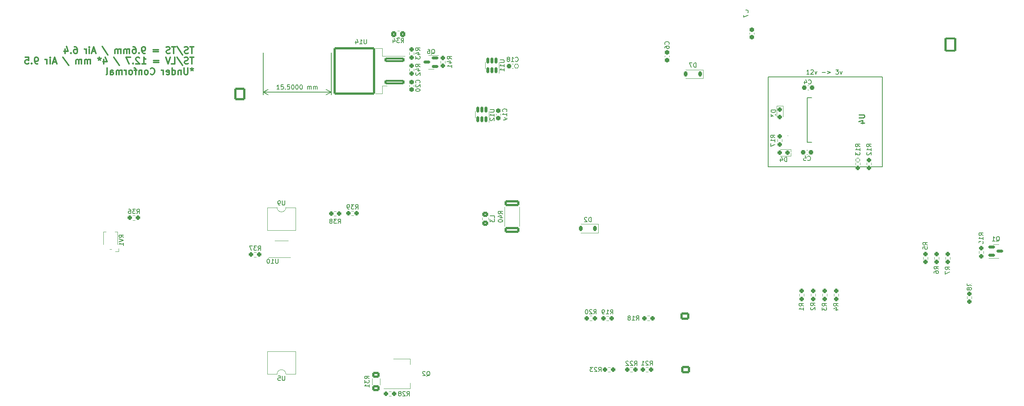
<source format=gbo>
G04 #@! TF.GenerationSoftware,KiCad,Pcbnew,8.0.5*
G04 #@! TF.CreationDate,2025-04-14T13:42:12-04:00*
G04 #@! TF.ProjectId,Big Daddy,42696720-4461-4646-9479-2e6b69636164,rev?*
G04 #@! TF.SameCoordinates,Original*
G04 #@! TF.FileFunction,Legend,Bot*
G04 #@! TF.FilePolarity,Positive*
%FSLAX46Y46*%
G04 Gerber Fmt 4.6, Leading zero omitted, Abs format (unit mm)*
G04 Created by KiCad (PCBNEW 8.0.5) date 2025-04-14 13:42:12*
%MOMM*%
%LPD*%
G01*
G04 APERTURE LIST*
G04 Aperture macros list*
%AMRoundRect*
0 Rectangle with rounded corners*
0 $1 Rounding radius*
0 $2 $3 $4 $5 $6 $7 $8 $9 X,Y pos of 4 corners*
0 Add a 4 corners polygon primitive as box body*
4,1,4,$2,$3,$4,$5,$6,$7,$8,$9,$2,$3,0*
0 Add four circle primitives for the rounded corners*
1,1,$1+$1,$2,$3*
1,1,$1+$1,$4,$5*
1,1,$1+$1,$6,$7*
1,1,$1+$1,$8,$9*
0 Add four rect primitives between the rounded corners*
20,1,$1+$1,$2,$3,$4,$5,0*
20,1,$1+$1,$4,$5,$6,$7,0*
20,1,$1+$1,$6,$7,$8,$9,0*
20,1,$1+$1,$8,$9,$2,$3,0*%
G04 Aperture macros list end*
%ADD10C,0.150000*%
%ADD11C,0.300000*%
%ADD12C,0.254000*%
%ADD13C,0.120000*%
%ADD14C,0.100000*%
%ADD15C,0.200000*%
%ADD16C,2.850000*%
%ADD17R,2.625000X2.625000*%
%ADD18C,2.625000*%
%ADD19R,1.200000X2.000000*%
%ADD20O,1.200000X2.000000*%
%ADD21C,1.600000*%
%ADD22RoundRect,0.250000X1.150000X-0.980000X1.150000X0.980000X-1.150000X0.980000X-1.150000X-0.980000X0*%
%ADD23C,2.780000*%
%ADD24R,2.500000X4.500000*%
%ADD25O,2.500000X4.500000*%
%ADD26R,1.400000X1.400000*%
%ADD27C,1.400000*%
%ADD28C,2.000000*%
%ADD29RoundRect,0.250000X-1.150000X0.980000X-1.150000X-0.980000X1.150000X-0.980000X1.150000X0.980000X0*%
%ADD30O,2.800000X2.460000*%
%ADD31C,0.800000*%
%ADD32C,6.400000*%
%ADD33C,1.699848*%
%ADD34RoundRect,0.250000X0.980000X1.150000X-0.980000X1.150000X-0.980000X-1.150000X0.980000X-1.150000X0*%
%ADD35C,3.180000*%
%ADD36RoundRect,0.250000X-1.070000X1.400000X-1.070000X-1.400000X1.070000X-1.400000X1.070000X1.400000X0*%
%ADD37O,2.640000X3.300000*%
%ADD38RoundRect,0.250000X-0.980000X-1.150000X0.980000X-1.150000X0.980000X1.150000X-0.980000X1.150000X0*%
%ADD39C,2.400000*%
%ADD40C,1.524000*%
%ADD41R,2.000000X2.000000*%
%ADD42O,2.400000X2.400000*%
%ADD43C,2.700000*%
%ADD44C,3.000000*%
%ADD45C,1.200000*%
%ADD46RoundRect,0.250000X0.750000X-0.600000X0.750000X0.600000X-0.750000X0.600000X-0.750000X-0.600000X0*%
%ADD47O,2.000000X1.700000*%
%ADD48C,1.635000*%
%ADD49O,2.670000X5.340000*%
%ADD50O,5.850000X2.925000*%
%ADD51RoundRect,0.237500X-0.237500X0.250000X-0.237500X-0.250000X0.237500X-0.250000X0.237500X0.250000X0*%
%ADD52RoundRect,0.237500X-0.300000X-0.237500X0.300000X-0.237500X0.300000X0.237500X-0.300000X0.237500X0*%
%ADD53RoundRect,0.237500X0.250000X0.237500X-0.250000X0.237500X-0.250000X-0.237500X0.250000X-0.237500X0*%
%ADD54R,2.000000X1.780000*%
%ADD55RoundRect,0.237500X-0.237500X0.287500X-0.237500X-0.287500X0.237500X-0.287500X0.237500X0.287500X0*%
%ADD56RoundRect,0.150000X0.150000X-0.512500X0.150000X0.512500X-0.150000X0.512500X-0.150000X-0.512500X0*%
%ADD57RoundRect,0.237500X0.287500X0.237500X-0.287500X0.237500X-0.287500X-0.237500X0.287500X-0.237500X0*%
%ADD58RoundRect,0.237500X0.237500X-0.250000X0.237500X0.250000X-0.237500X0.250000X-0.237500X-0.250000X0*%
%ADD59RoundRect,0.225000X0.225000X0.375000X-0.225000X0.375000X-0.225000X-0.375000X0.225000X-0.375000X0*%
%ADD60RoundRect,0.237500X-0.237500X0.300000X-0.237500X-0.300000X0.237500X-0.300000X0.237500X0.300000X0*%
%ADD61RoundRect,0.250000X2.050000X0.300000X-2.050000X0.300000X-2.050000X-0.300000X2.050000X-0.300000X0*%
%ADD62RoundRect,0.250002X4.449998X5.149998X-4.449998X5.149998X-4.449998X-5.149998X4.449998X-5.149998X0*%
%ADD63RoundRect,0.249999X-1.425001X0.450001X-1.425001X-0.450001X1.425001X-0.450001X1.425001X0.450001X0*%
%ADD64RoundRect,0.150000X0.587500X0.150000X-0.587500X0.150000X-0.587500X-0.150000X0.587500X-0.150000X0*%
%ADD65RoundRect,0.250000X0.350000X0.450000X-0.350000X0.450000X-0.350000X-0.450000X0.350000X-0.450000X0*%
%ADD66RoundRect,0.250000X0.450000X-0.325000X0.450000X0.325000X-0.450000X0.325000X-0.450000X-0.325000X0*%
%ADD67R,2.000000X1.500000*%
%ADD68R,2.000000X3.800000*%
%ADD69R,2.286000X1.067000*%
%ADD70R,8.890000X10.668000*%
%ADD71RoundRect,0.237500X0.237500X-0.300000X0.237500X0.300000X-0.237500X0.300000X-0.237500X-0.300000X0*%
%ADD72RoundRect,0.250000X0.625000X-0.400000X0.625000X0.400000X-0.625000X0.400000X-0.625000X-0.400000X0*%
%ADD73RoundRect,0.150000X-0.587500X-0.150000X0.587500X-0.150000X0.587500X0.150000X-0.587500X0.150000X0*%
%ADD74R,1.200000X1.200000*%
%ADD75R,1.600000X1.500000*%
%ADD76R,1.200000X0.800000*%
G04 APERTURE END LIST*
D10*
X245500000Y-89500000D02*
X271500000Y-89500000D01*
X271500000Y-110000000D01*
X245500000Y-110000000D01*
X245500000Y-89500000D01*
D11*
X114721774Y-82624996D02*
X113864632Y-82624996D01*
X114293203Y-84124996D02*
X114293203Y-82624996D01*
X113436060Y-84053568D02*
X113221775Y-84124996D01*
X113221775Y-84124996D02*
X112864632Y-84124996D01*
X112864632Y-84124996D02*
X112721775Y-84053568D01*
X112721775Y-84053568D02*
X112650346Y-83982139D01*
X112650346Y-83982139D02*
X112578917Y-83839282D01*
X112578917Y-83839282D02*
X112578917Y-83696425D01*
X112578917Y-83696425D02*
X112650346Y-83553568D01*
X112650346Y-83553568D02*
X112721775Y-83482139D01*
X112721775Y-83482139D02*
X112864632Y-83410710D01*
X112864632Y-83410710D02*
X113150346Y-83339282D01*
X113150346Y-83339282D02*
X113293203Y-83267853D01*
X113293203Y-83267853D02*
X113364632Y-83196425D01*
X113364632Y-83196425D02*
X113436060Y-83053568D01*
X113436060Y-83053568D02*
X113436060Y-82910710D01*
X113436060Y-82910710D02*
X113364632Y-82767853D01*
X113364632Y-82767853D02*
X113293203Y-82696425D01*
X113293203Y-82696425D02*
X113150346Y-82624996D01*
X113150346Y-82624996D02*
X112793203Y-82624996D01*
X112793203Y-82624996D02*
X112578917Y-82696425D01*
X110864632Y-82553568D02*
X112150346Y-84482139D01*
X110578917Y-82624996D02*
X109721775Y-82624996D01*
X110150346Y-84124996D02*
X110150346Y-82624996D01*
X109293203Y-84053568D02*
X109078918Y-84124996D01*
X109078918Y-84124996D02*
X108721775Y-84124996D01*
X108721775Y-84124996D02*
X108578918Y-84053568D01*
X108578918Y-84053568D02*
X108507489Y-83982139D01*
X108507489Y-83982139D02*
X108436060Y-83839282D01*
X108436060Y-83839282D02*
X108436060Y-83696425D01*
X108436060Y-83696425D02*
X108507489Y-83553568D01*
X108507489Y-83553568D02*
X108578918Y-83482139D01*
X108578918Y-83482139D02*
X108721775Y-83410710D01*
X108721775Y-83410710D02*
X109007489Y-83339282D01*
X109007489Y-83339282D02*
X109150346Y-83267853D01*
X109150346Y-83267853D02*
X109221775Y-83196425D01*
X109221775Y-83196425D02*
X109293203Y-83053568D01*
X109293203Y-83053568D02*
X109293203Y-82910710D01*
X109293203Y-82910710D02*
X109221775Y-82767853D01*
X109221775Y-82767853D02*
X109150346Y-82696425D01*
X109150346Y-82696425D02*
X109007489Y-82624996D01*
X109007489Y-82624996D02*
X108650346Y-82624996D01*
X108650346Y-82624996D02*
X108436060Y-82696425D01*
X106650347Y-83339282D02*
X105507490Y-83339282D01*
X105507490Y-83767853D02*
X106650347Y-83767853D01*
X103578918Y-84124996D02*
X103293204Y-84124996D01*
X103293204Y-84124996D02*
X103150347Y-84053568D01*
X103150347Y-84053568D02*
X103078918Y-83982139D01*
X103078918Y-83982139D02*
X102936061Y-83767853D01*
X102936061Y-83767853D02*
X102864632Y-83482139D01*
X102864632Y-83482139D02*
X102864632Y-82910710D01*
X102864632Y-82910710D02*
X102936061Y-82767853D01*
X102936061Y-82767853D02*
X103007490Y-82696425D01*
X103007490Y-82696425D02*
X103150347Y-82624996D01*
X103150347Y-82624996D02*
X103436061Y-82624996D01*
X103436061Y-82624996D02*
X103578918Y-82696425D01*
X103578918Y-82696425D02*
X103650347Y-82767853D01*
X103650347Y-82767853D02*
X103721775Y-82910710D01*
X103721775Y-82910710D02*
X103721775Y-83267853D01*
X103721775Y-83267853D02*
X103650347Y-83410710D01*
X103650347Y-83410710D02*
X103578918Y-83482139D01*
X103578918Y-83482139D02*
X103436061Y-83553568D01*
X103436061Y-83553568D02*
X103150347Y-83553568D01*
X103150347Y-83553568D02*
X103007490Y-83482139D01*
X103007490Y-83482139D02*
X102936061Y-83410710D01*
X102936061Y-83410710D02*
X102864632Y-83267853D01*
X102221776Y-83982139D02*
X102150347Y-84053568D01*
X102150347Y-84053568D02*
X102221776Y-84124996D01*
X102221776Y-84124996D02*
X102293204Y-84053568D01*
X102293204Y-84053568D02*
X102221776Y-83982139D01*
X102221776Y-83982139D02*
X102221776Y-84124996D01*
X100864633Y-82624996D02*
X101150347Y-82624996D01*
X101150347Y-82624996D02*
X101293204Y-82696425D01*
X101293204Y-82696425D02*
X101364633Y-82767853D01*
X101364633Y-82767853D02*
X101507490Y-82982139D01*
X101507490Y-82982139D02*
X101578918Y-83267853D01*
X101578918Y-83267853D02*
X101578918Y-83839282D01*
X101578918Y-83839282D02*
X101507490Y-83982139D01*
X101507490Y-83982139D02*
X101436061Y-84053568D01*
X101436061Y-84053568D02*
X101293204Y-84124996D01*
X101293204Y-84124996D02*
X101007490Y-84124996D01*
X101007490Y-84124996D02*
X100864633Y-84053568D01*
X100864633Y-84053568D02*
X100793204Y-83982139D01*
X100793204Y-83982139D02*
X100721775Y-83839282D01*
X100721775Y-83839282D02*
X100721775Y-83482139D01*
X100721775Y-83482139D02*
X100793204Y-83339282D01*
X100793204Y-83339282D02*
X100864633Y-83267853D01*
X100864633Y-83267853D02*
X101007490Y-83196425D01*
X101007490Y-83196425D02*
X101293204Y-83196425D01*
X101293204Y-83196425D02*
X101436061Y-83267853D01*
X101436061Y-83267853D02*
X101507490Y-83339282D01*
X101507490Y-83339282D02*
X101578918Y-83482139D01*
X100078919Y-84124996D02*
X100078919Y-83124996D01*
X100078919Y-83267853D02*
X100007490Y-83196425D01*
X100007490Y-83196425D02*
X99864633Y-83124996D01*
X99864633Y-83124996D02*
X99650347Y-83124996D01*
X99650347Y-83124996D02*
X99507490Y-83196425D01*
X99507490Y-83196425D02*
X99436062Y-83339282D01*
X99436062Y-83339282D02*
X99436062Y-84124996D01*
X99436062Y-83339282D02*
X99364633Y-83196425D01*
X99364633Y-83196425D02*
X99221776Y-83124996D01*
X99221776Y-83124996D02*
X99007490Y-83124996D01*
X99007490Y-83124996D02*
X98864633Y-83196425D01*
X98864633Y-83196425D02*
X98793204Y-83339282D01*
X98793204Y-83339282D02*
X98793204Y-84124996D01*
X98078919Y-84124996D02*
X98078919Y-83124996D01*
X98078919Y-83267853D02*
X98007490Y-83196425D01*
X98007490Y-83196425D02*
X97864633Y-83124996D01*
X97864633Y-83124996D02*
X97650347Y-83124996D01*
X97650347Y-83124996D02*
X97507490Y-83196425D01*
X97507490Y-83196425D02*
X97436062Y-83339282D01*
X97436062Y-83339282D02*
X97436062Y-84124996D01*
X97436062Y-83339282D02*
X97364633Y-83196425D01*
X97364633Y-83196425D02*
X97221776Y-83124996D01*
X97221776Y-83124996D02*
X97007490Y-83124996D01*
X97007490Y-83124996D02*
X96864633Y-83196425D01*
X96864633Y-83196425D02*
X96793204Y-83339282D01*
X96793204Y-83339282D02*
X96793204Y-84124996D01*
X93864633Y-82553568D02*
X95150347Y-84482139D01*
X92293204Y-83696425D02*
X91578919Y-83696425D01*
X92436061Y-84124996D02*
X91936061Y-82624996D01*
X91936061Y-82624996D02*
X91436061Y-84124996D01*
X90936062Y-84124996D02*
X90936062Y-83124996D01*
X90936062Y-82624996D02*
X91007490Y-82696425D01*
X91007490Y-82696425D02*
X90936062Y-82767853D01*
X90936062Y-82767853D02*
X90864633Y-82696425D01*
X90864633Y-82696425D02*
X90936062Y-82624996D01*
X90936062Y-82624996D02*
X90936062Y-82767853D01*
X90221776Y-84124996D02*
X90221776Y-83124996D01*
X90221776Y-83410710D02*
X90150347Y-83267853D01*
X90150347Y-83267853D02*
X90078919Y-83196425D01*
X90078919Y-83196425D02*
X89936061Y-83124996D01*
X89936061Y-83124996D02*
X89793204Y-83124996D01*
X87507491Y-82624996D02*
X87793205Y-82624996D01*
X87793205Y-82624996D02*
X87936062Y-82696425D01*
X87936062Y-82696425D02*
X88007491Y-82767853D01*
X88007491Y-82767853D02*
X88150348Y-82982139D01*
X88150348Y-82982139D02*
X88221776Y-83267853D01*
X88221776Y-83267853D02*
X88221776Y-83839282D01*
X88221776Y-83839282D02*
X88150348Y-83982139D01*
X88150348Y-83982139D02*
X88078919Y-84053568D01*
X88078919Y-84053568D02*
X87936062Y-84124996D01*
X87936062Y-84124996D02*
X87650348Y-84124996D01*
X87650348Y-84124996D02*
X87507491Y-84053568D01*
X87507491Y-84053568D02*
X87436062Y-83982139D01*
X87436062Y-83982139D02*
X87364633Y-83839282D01*
X87364633Y-83839282D02*
X87364633Y-83482139D01*
X87364633Y-83482139D02*
X87436062Y-83339282D01*
X87436062Y-83339282D02*
X87507491Y-83267853D01*
X87507491Y-83267853D02*
X87650348Y-83196425D01*
X87650348Y-83196425D02*
X87936062Y-83196425D01*
X87936062Y-83196425D02*
X88078919Y-83267853D01*
X88078919Y-83267853D02*
X88150348Y-83339282D01*
X88150348Y-83339282D02*
X88221776Y-83482139D01*
X86721777Y-83982139D02*
X86650348Y-84053568D01*
X86650348Y-84053568D02*
X86721777Y-84124996D01*
X86721777Y-84124996D02*
X86793205Y-84053568D01*
X86793205Y-84053568D02*
X86721777Y-83982139D01*
X86721777Y-83982139D02*
X86721777Y-84124996D01*
X85364634Y-83124996D02*
X85364634Y-84124996D01*
X85721776Y-82553568D02*
X86078919Y-83624996D01*
X86078919Y-83624996D02*
X85150348Y-83624996D01*
X114721774Y-85039912D02*
X113864632Y-85039912D01*
X114293203Y-86539912D02*
X114293203Y-85039912D01*
X113436060Y-86468484D02*
X113221775Y-86539912D01*
X113221775Y-86539912D02*
X112864632Y-86539912D01*
X112864632Y-86539912D02*
X112721775Y-86468484D01*
X112721775Y-86468484D02*
X112650346Y-86397055D01*
X112650346Y-86397055D02*
X112578917Y-86254198D01*
X112578917Y-86254198D02*
X112578917Y-86111341D01*
X112578917Y-86111341D02*
X112650346Y-85968484D01*
X112650346Y-85968484D02*
X112721775Y-85897055D01*
X112721775Y-85897055D02*
X112864632Y-85825626D01*
X112864632Y-85825626D02*
X113150346Y-85754198D01*
X113150346Y-85754198D02*
X113293203Y-85682769D01*
X113293203Y-85682769D02*
X113364632Y-85611341D01*
X113364632Y-85611341D02*
X113436060Y-85468484D01*
X113436060Y-85468484D02*
X113436060Y-85325626D01*
X113436060Y-85325626D02*
X113364632Y-85182769D01*
X113364632Y-85182769D02*
X113293203Y-85111341D01*
X113293203Y-85111341D02*
X113150346Y-85039912D01*
X113150346Y-85039912D02*
X112793203Y-85039912D01*
X112793203Y-85039912D02*
X112578917Y-85111341D01*
X110864632Y-84968484D02*
X112150346Y-86897055D01*
X109650346Y-86539912D02*
X110364632Y-86539912D01*
X110364632Y-86539912D02*
X110364632Y-85039912D01*
X109364631Y-85039912D02*
X108864631Y-86539912D01*
X108864631Y-86539912D02*
X108364631Y-85039912D01*
X106721775Y-85754198D02*
X105578918Y-85754198D01*
X105578918Y-86182769D02*
X106721775Y-86182769D01*
X102936060Y-86539912D02*
X103793203Y-86539912D01*
X103364632Y-86539912D02*
X103364632Y-85039912D01*
X103364632Y-85039912D02*
X103507489Y-85254198D01*
X103507489Y-85254198D02*
X103650346Y-85397055D01*
X103650346Y-85397055D02*
X103793203Y-85468484D01*
X102364632Y-85182769D02*
X102293204Y-85111341D01*
X102293204Y-85111341D02*
X102150347Y-85039912D01*
X102150347Y-85039912D02*
X101793204Y-85039912D01*
X101793204Y-85039912D02*
X101650347Y-85111341D01*
X101650347Y-85111341D02*
X101578918Y-85182769D01*
X101578918Y-85182769D02*
X101507489Y-85325626D01*
X101507489Y-85325626D02*
X101507489Y-85468484D01*
X101507489Y-85468484D02*
X101578918Y-85682769D01*
X101578918Y-85682769D02*
X102436061Y-86539912D01*
X102436061Y-86539912D02*
X101507489Y-86539912D01*
X100864633Y-86397055D02*
X100793204Y-86468484D01*
X100793204Y-86468484D02*
X100864633Y-86539912D01*
X100864633Y-86539912D02*
X100936061Y-86468484D01*
X100936061Y-86468484D02*
X100864633Y-86397055D01*
X100864633Y-86397055D02*
X100864633Y-86539912D01*
X100293204Y-85039912D02*
X99293204Y-85039912D01*
X99293204Y-85039912D02*
X99936061Y-86539912D01*
X96507490Y-84968484D02*
X97793204Y-86897055D01*
X94221776Y-85539912D02*
X94221776Y-86539912D01*
X94578918Y-84968484D02*
X94936061Y-86039912D01*
X94936061Y-86039912D02*
X94007490Y-86039912D01*
X93221776Y-85039912D02*
X93221776Y-85397055D01*
X93578919Y-85254198D02*
X93221776Y-85397055D01*
X93221776Y-85397055D02*
X92864633Y-85254198D01*
X93436062Y-85682769D02*
X93221776Y-85397055D01*
X93221776Y-85397055D02*
X93007490Y-85682769D01*
X91150348Y-86539912D02*
X91150348Y-85539912D01*
X91150348Y-85682769D02*
X91078919Y-85611341D01*
X91078919Y-85611341D02*
X90936062Y-85539912D01*
X90936062Y-85539912D02*
X90721776Y-85539912D01*
X90721776Y-85539912D02*
X90578919Y-85611341D01*
X90578919Y-85611341D02*
X90507491Y-85754198D01*
X90507491Y-85754198D02*
X90507491Y-86539912D01*
X90507491Y-85754198D02*
X90436062Y-85611341D01*
X90436062Y-85611341D02*
X90293205Y-85539912D01*
X90293205Y-85539912D02*
X90078919Y-85539912D01*
X90078919Y-85539912D02*
X89936062Y-85611341D01*
X89936062Y-85611341D02*
X89864633Y-85754198D01*
X89864633Y-85754198D02*
X89864633Y-86539912D01*
X89150348Y-86539912D02*
X89150348Y-85539912D01*
X89150348Y-85682769D02*
X89078919Y-85611341D01*
X89078919Y-85611341D02*
X88936062Y-85539912D01*
X88936062Y-85539912D02*
X88721776Y-85539912D01*
X88721776Y-85539912D02*
X88578919Y-85611341D01*
X88578919Y-85611341D02*
X88507491Y-85754198D01*
X88507491Y-85754198D02*
X88507491Y-86539912D01*
X88507491Y-85754198D02*
X88436062Y-85611341D01*
X88436062Y-85611341D02*
X88293205Y-85539912D01*
X88293205Y-85539912D02*
X88078919Y-85539912D01*
X88078919Y-85539912D02*
X87936062Y-85611341D01*
X87936062Y-85611341D02*
X87864633Y-85754198D01*
X87864633Y-85754198D02*
X87864633Y-86539912D01*
X84936062Y-84968484D02*
X86221776Y-86897055D01*
X83364633Y-86111341D02*
X82650348Y-86111341D01*
X83507490Y-86539912D02*
X83007490Y-85039912D01*
X83007490Y-85039912D02*
X82507490Y-86539912D01*
X82007491Y-86539912D02*
X82007491Y-85539912D01*
X82007491Y-85039912D02*
X82078919Y-85111341D01*
X82078919Y-85111341D02*
X82007491Y-85182769D01*
X82007491Y-85182769D02*
X81936062Y-85111341D01*
X81936062Y-85111341D02*
X82007491Y-85039912D01*
X82007491Y-85039912D02*
X82007491Y-85182769D01*
X81293205Y-86539912D02*
X81293205Y-85539912D01*
X81293205Y-85825626D02*
X81221776Y-85682769D01*
X81221776Y-85682769D02*
X81150348Y-85611341D01*
X81150348Y-85611341D02*
X81007490Y-85539912D01*
X81007490Y-85539912D02*
X80864633Y-85539912D01*
X79150348Y-86539912D02*
X78864634Y-86539912D01*
X78864634Y-86539912D02*
X78721777Y-86468484D01*
X78721777Y-86468484D02*
X78650348Y-86397055D01*
X78650348Y-86397055D02*
X78507491Y-86182769D01*
X78507491Y-86182769D02*
X78436062Y-85897055D01*
X78436062Y-85897055D02*
X78436062Y-85325626D01*
X78436062Y-85325626D02*
X78507491Y-85182769D01*
X78507491Y-85182769D02*
X78578920Y-85111341D01*
X78578920Y-85111341D02*
X78721777Y-85039912D01*
X78721777Y-85039912D02*
X79007491Y-85039912D01*
X79007491Y-85039912D02*
X79150348Y-85111341D01*
X79150348Y-85111341D02*
X79221777Y-85182769D01*
X79221777Y-85182769D02*
X79293205Y-85325626D01*
X79293205Y-85325626D02*
X79293205Y-85682769D01*
X79293205Y-85682769D02*
X79221777Y-85825626D01*
X79221777Y-85825626D02*
X79150348Y-85897055D01*
X79150348Y-85897055D02*
X79007491Y-85968484D01*
X79007491Y-85968484D02*
X78721777Y-85968484D01*
X78721777Y-85968484D02*
X78578920Y-85897055D01*
X78578920Y-85897055D02*
X78507491Y-85825626D01*
X78507491Y-85825626D02*
X78436062Y-85682769D01*
X77793206Y-86397055D02*
X77721777Y-86468484D01*
X77721777Y-86468484D02*
X77793206Y-86539912D01*
X77793206Y-86539912D02*
X77864634Y-86468484D01*
X77864634Y-86468484D02*
X77793206Y-86397055D01*
X77793206Y-86397055D02*
X77793206Y-86539912D01*
X76364634Y-85039912D02*
X77078920Y-85039912D01*
X77078920Y-85039912D02*
X77150348Y-85754198D01*
X77150348Y-85754198D02*
X77078920Y-85682769D01*
X77078920Y-85682769D02*
X76936063Y-85611341D01*
X76936063Y-85611341D02*
X76578920Y-85611341D01*
X76578920Y-85611341D02*
X76436063Y-85682769D01*
X76436063Y-85682769D02*
X76364634Y-85754198D01*
X76364634Y-85754198D02*
X76293205Y-85897055D01*
X76293205Y-85897055D02*
X76293205Y-86254198D01*
X76293205Y-86254198D02*
X76364634Y-86397055D01*
X76364634Y-86397055D02*
X76436063Y-86468484D01*
X76436063Y-86468484D02*
X76578920Y-86539912D01*
X76578920Y-86539912D02*
X76936063Y-86539912D01*
X76936063Y-86539912D02*
X77078920Y-86468484D01*
X77078920Y-86468484D02*
X77150348Y-86397055D01*
X114293203Y-87454828D02*
X114293203Y-87811971D01*
X114650346Y-87669114D02*
X114293203Y-87811971D01*
X114293203Y-87811971D02*
X113936060Y-87669114D01*
X114507489Y-88097685D02*
X114293203Y-87811971D01*
X114293203Y-87811971D02*
X114078917Y-88097685D01*
X113364632Y-87454828D02*
X113364632Y-88669114D01*
X113364632Y-88669114D02*
X113293203Y-88811971D01*
X113293203Y-88811971D02*
X113221775Y-88883400D01*
X113221775Y-88883400D02*
X113078917Y-88954828D01*
X113078917Y-88954828D02*
X112793203Y-88954828D01*
X112793203Y-88954828D02*
X112650346Y-88883400D01*
X112650346Y-88883400D02*
X112578917Y-88811971D01*
X112578917Y-88811971D02*
X112507489Y-88669114D01*
X112507489Y-88669114D02*
X112507489Y-87454828D01*
X111793203Y-87954828D02*
X111793203Y-88954828D01*
X111793203Y-88097685D02*
X111721774Y-88026257D01*
X111721774Y-88026257D02*
X111578917Y-87954828D01*
X111578917Y-87954828D02*
X111364631Y-87954828D01*
X111364631Y-87954828D02*
X111221774Y-88026257D01*
X111221774Y-88026257D02*
X111150346Y-88169114D01*
X111150346Y-88169114D02*
X111150346Y-88954828D01*
X109793203Y-88954828D02*
X109793203Y-87454828D01*
X109793203Y-88883400D02*
X109936060Y-88954828D01*
X109936060Y-88954828D02*
X110221774Y-88954828D01*
X110221774Y-88954828D02*
X110364631Y-88883400D01*
X110364631Y-88883400D02*
X110436060Y-88811971D01*
X110436060Y-88811971D02*
X110507488Y-88669114D01*
X110507488Y-88669114D02*
X110507488Y-88240542D01*
X110507488Y-88240542D02*
X110436060Y-88097685D01*
X110436060Y-88097685D02*
X110364631Y-88026257D01*
X110364631Y-88026257D02*
X110221774Y-87954828D01*
X110221774Y-87954828D02*
X109936060Y-87954828D01*
X109936060Y-87954828D02*
X109793203Y-88026257D01*
X108507488Y-88883400D02*
X108650345Y-88954828D01*
X108650345Y-88954828D02*
X108936060Y-88954828D01*
X108936060Y-88954828D02*
X109078917Y-88883400D01*
X109078917Y-88883400D02*
X109150345Y-88740542D01*
X109150345Y-88740542D02*
X109150345Y-88169114D01*
X109150345Y-88169114D02*
X109078917Y-88026257D01*
X109078917Y-88026257D02*
X108936060Y-87954828D01*
X108936060Y-87954828D02*
X108650345Y-87954828D01*
X108650345Y-87954828D02*
X108507488Y-88026257D01*
X108507488Y-88026257D02*
X108436060Y-88169114D01*
X108436060Y-88169114D02*
X108436060Y-88311971D01*
X108436060Y-88311971D02*
X109150345Y-88454828D01*
X107793203Y-88954828D02*
X107793203Y-87954828D01*
X107793203Y-88240542D02*
X107721774Y-88097685D01*
X107721774Y-88097685D02*
X107650346Y-88026257D01*
X107650346Y-88026257D02*
X107507488Y-87954828D01*
X107507488Y-87954828D02*
X107364631Y-87954828D01*
X104864632Y-88811971D02*
X104936060Y-88883400D01*
X104936060Y-88883400D02*
X105150346Y-88954828D01*
X105150346Y-88954828D02*
X105293203Y-88954828D01*
X105293203Y-88954828D02*
X105507489Y-88883400D01*
X105507489Y-88883400D02*
X105650346Y-88740542D01*
X105650346Y-88740542D02*
X105721775Y-88597685D01*
X105721775Y-88597685D02*
X105793203Y-88311971D01*
X105793203Y-88311971D02*
X105793203Y-88097685D01*
X105793203Y-88097685D02*
X105721775Y-87811971D01*
X105721775Y-87811971D02*
X105650346Y-87669114D01*
X105650346Y-87669114D02*
X105507489Y-87526257D01*
X105507489Y-87526257D02*
X105293203Y-87454828D01*
X105293203Y-87454828D02*
X105150346Y-87454828D01*
X105150346Y-87454828D02*
X104936060Y-87526257D01*
X104936060Y-87526257D02*
X104864632Y-87597685D01*
X104007489Y-88954828D02*
X104150346Y-88883400D01*
X104150346Y-88883400D02*
X104221775Y-88811971D01*
X104221775Y-88811971D02*
X104293203Y-88669114D01*
X104293203Y-88669114D02*
X104293203Y-88240542D01*
X104293203Y-88240542D02*
X104221775Y-88097685D01*
X104221775Y-88097685D02*
X104150346Y-88026257D01*
X104150346Y-88026257D02*
X104007489Y-87954828D01*
X104007489Y-87954828D02*
X103793203Y-87954828D01*
X103793203Y-87954828D02*
X103650346Y-88026257D01*
X103650346Y-88026257D02*
X103578918Y-88097685D01*
X103578918Y-88097685D02*
X103507489Y-88240542D01*
X103507489Y-88240542D02*
X103507489Y-88669114D01*
X103507489Y-88669114D02*
X103578918Y-88811971D01*
X103578918Y-88811971D02*
X103650346Y-88883400D01*
X103650346Y-88883400D02*
X103793203Y-88954828D01*
X103793203Y-88954828D02*
X104007489Y-88954828D01*
X102864632Y-87954828D02*
X102864632Y-88954828D01*
X102864632Y-88097685D02*
X102793203Y-88026257D01*
X102793203Y-88026257D02*
X102650346Y-87954828D01*
X102650346Y-87954828D02*
X102436060Y-87954828D01*
X102436060Y-87954828D02*
X102293203Y-88026257D01*
X102293203Y-88026257D02*
X102221775Y-88169114D01*
X102221775Y-88169114D02*
X102221775Y-88954828D01*
X101721774Y-87954828D02*
X101150346Y-87954828D01*
X101507489Y-88954828D02*
X101507489Y-87669114D01*
X101507489Y-87669114D02*
X101436060Y-87526257D01*
X101436060Y-87526257D02*
X101293203Y-87454828D01*
X101293203Y-87454828D02*
X101150346Y-87454828D01*
X100436060Y-88954828D02*
X100578917Y-88883400D01*
X100578917Y-88883400D02*
X100650346Y-88811971D01*
X100650346Y-88811971D02*
X100721774Y-88669114D01*
X100721774Y-88669114D02*
X100721774Y-88240542D01*
X100721774Y-88240542D02*
X100650346Y-88097685D01*
X100650346Y-88097685D02*
X100578917Y-88026257D01*
X100578917Y-88026257D02*
X100436060Y-87954828D01*
X100436060Y-87954828D02*
X100221774Y-87954828D01*
X100221774Y-87954828D02*
X100078917Y-88026257D01*
X100078917Y-88026257D02*
X100007489Y-88097685D01*
X100007489Y-88097685D02*
X99936060Y-88240542D01*
X99936060Y-88240542D02*
X99936060Y-88669114D01*
X99936060Y-88669114D02*
X100007489Y-88811971D01*
X100007489Y-88811971D02*
X100078917Y-88883400D01*
X100078917Y-88883400D02*
X100221774Y-88954828D01*
X100221774Y-88954828D02*
X100436060Y-88954828D01*
X99293203Y-88954828D02*
X99293203Y-87954828D01*
X99293203Y-88240542D02*
X99221774Y-88097685D01*
X99221774Y-88097685D02*
X99150346Y-88026257D01*
X99150346Y-88026257D02*
X99007488Y-87954828D01*
X99007488Y-87954828D02*
X98864631Y-87954828D01*
X98364632Y-88954828D02*
X98364632Y-87954828D01*
X98364632Y-88097685D02*
X98293203Y-88026257D01*
X98293203Y-88026257D02*
X98150346Y-87954828D01*
X98150346Y-87954828D02*
X97936060Y-87954828D01*
X97936060Y-87954828D02*
X97793203Y-88026257D01*
X97793203Y-88026257D02*
X97721775Y-88169114D01*
X97721775Y-88169114D02*
X97721775Y-88954828D01*
X97721775Y-88169114D02*
X97650346Y-88026257D01*
X97650346Y-88026257D02*
X97507489Y-87954828D01*
X97507489Y-87954828D02*
X97293203Y-87954828D01*
X97293203Y-87954828D02*
X97150346Y-88026257D01*
X97150346Y-88026257D02*
X97078917Y-88169114D01*
X97078917Y-88169114D02*
X97078917Y-88954828D01*
X95721775Y-88954828D02*
X95721775Y-88169114D01*
X95721775Y-88169114D02*
X95793203Y-88026257D01*
X95793203Y-88026257D02*
X95936060Y-87954828D01*
X95936060Y-87954828D02*
X96221775Y-87954828D01*
X96221775Y-87954828D02*
X96364632Y-88026257D01*
X95721775Y-88883400D02*
X95864632Y-88954828D01*
X95864632Y-88954828D02*
X96221775Y-88954828D01*
X96221775Y-88954828D02*
X96364632Y-88883400D01*
X96364632Y-88883400D02*
X96436060Y-88740542D01*
X96436060Y-88740542D02*
X96436060Y-88597685D01*
X96436060Y-88597685D02*
X96364632Y-88454828D01*
X96364632Y-88454828D02*
X96221775Y-88383400D01*
X96221775Y-88383400D02*
X95864632Y-88383400D01*
X95864632Y-88383400D02*
X95721775Y-88311971D01*
X94793203Y-88954828D02*
X94936060Y-88883400D01*
X94936060Y-88883400D02*
X95007489Y-88740542D01*
X95007489Y-88740542D02*
X95007489Y-87454828D01*
D10*
X254860588Y-88869819D02*
X254289160Y-88869819D01*
X254574874Y-88869819D02*
X254574874Y-87869819D01*
X254574874Y-87869819D02*
X254479636Y-88012676D01*
X254479636Y-88012676D02*
X254384398Y-88107914D01*
X254384398Y-88107914D02*
X254289160Y-88155533D01*
X255241541Y-87965057D02*
X255289160Y-87917438D01*
X255289160Y-87917438D02*
X255384398Y-87869819D01*
X255384398Y-87869819D02*
X255622493Y-87869819D01*
X255622493Y-87869819D02*
X255717731Y-87917438D01*
X255717731Y-87917438D02*
X255765350Y-87965057D01*
X255765350Y-87965057D02*
X255812969Y-88060295D01*
X255812969Y-88060295D02*
X255812969Y-88155533D01*
X255812969Y-88155533D02*
X255765350Y-88298390D01*
X255765350Y-88298390D02*
X255193922Y-88869819D01*
X255193922Y-88869819D02*
X255812969Y-88869819D01*
X256146303Y-88203152D02*
X256384398Y-88869819D01*
X256384398Y-88869819D02*
X256622493Y-88203152D01*
X257765351Y-88488866D02*
X258527256Y-88488866D01*
X259003446Y-88203152D02*
X259765351Y-88488866D01*
X259765351Y-88488866D02*
X259003446Y-88774580D01*
X260908208Y-87869819D02*
X261527255Y-87869819D01*
X261527255Y-87869819D02*
X261193922Y-88250771D01*
X261193922Y-88250771D02*
X261336779Y-88250771D01*
X261336779Y-88250771D02*
X261432017Y-88298390D01*
X261432017Y-88298390D02*
X261479636Y-88346009D01*
X261479636Y-88346009D02*
X261527255Y-88441247D01*
X261527255Y-88441247D02*
X261527255Y-88679342D01*
X261527255Y-88679342D02*
X261479636Y-88774580D01*
X261479636Y-88774580D02*
X261432017Y-88822200D01*
X261432017Y-88822200D02*
X261336779Y-88869819D01*
X261336779Y-88869819D02*
X261051065Y-88869819D01*
X261051065Y-88869819D02*
X260955827Y-88822200D01*
X260955827Y-88822200D02*
X260908208Y-88774580D01*
X261860589Y-88203152D02*
X262098684Y-88869819D01*
X262098684Y-88869819D02*
X262336779Y-88203152D01*
X134202381Y-92304819D02*
X133630953Y-92304819D01*
X133916667Y-92304819D02*
X133916667Y-91304819D01*
X133916667Y-91304819D02*
X133821429Y-91447676D01*
X133821429Y-91447676D02*
X133726191Y-91542914D01*
X133726191Y-91542914D02*
X133630953Y-91590533D01*
X135107143Y-91304819D02*
X134630953Y-91304819D01*
X134630953Y-91304819D02*
X134583334Y-91781009D01*
X134583334Y-91781009D02*
X134630953Y-91733390D01*
X134630953Y-91733390D02*
X134726191Y-91685771D01*
X134726191Y-91685771D02*
X134964286Y-91685771D01*
X134964286Y-91685771D02*
X135059524Y-91733390D01*
X135059524Y-91733390D02*
X135107143Y-91781009D01*
X135107143Y-91781009D02*
X135154762Y-91876247D01*
X135154762Y-91876247D02*
X135154762Y-92114342D01*
X135154762Y-92114342D02*
X135107143Y-92209580D01*
X135107143Y-92209580D02*
X135059524Y-92257200D01*
X135059524Y-92257200D02*
X134964286Y-92304819D01*
X134964286Y-92304819D02*
X134726191Y-92304819D01*
X134726191Y-92304819D02*
X134630953Y-92257200D01*
X134630953Y-92257200D02*
X134583334Y-92209580D01*
X135583334Y-92209580D02*
X135630953Y-92257200D01*
X135630953Y-92257200D02*
X135583334Y-92304819D01*
X135583334Y-92304819D02*
X135535715Y-92257200D01*
X135535715Y-92257200D02*
X135583334Y-92209580D01*
X135583334Y-92209580D02*
X135583334Y-92304819D01*
X136535714Y-91304819D02*
X136059524Y-91304819D01*
X136059524Y-91304819D02*
X136011905Y-91781009D01*
X136011905Y-91781009D02*
X136059524Y-91733390D01*
X136059524Y-91733390D02*
X136154762Y-91685771D01*
X136154762Y-91685771D02*
X136392857Y-91685771D01*
X136392857Y-91685771D02*
X136488095Y-91733390D01*
X136488095Y-91733390D02*
X136535714Y-91781009D01*
X136535714Y-91781009D02*
X136583333Y-91876247D01*
X136583333Y-91876247D02*
X136583333Y-92114342D01*
X136583333Y-92114342D02*
X136535714Y-92209580D01*
X136535714Y-92209580D02*
X136488095Y-92257200D01*
X136488095Y-92257200D02*
X136392857Y-92304819D01*
X136392857Y-92304819D02*
X136154762Y-92304819D01*
X136154762Y-92304819D02*
X136059524Y-92257200D01*
X136059524Y-92257200D02*
X136011905Y-92209580D01*
X137202381Y-91304819D02*
X137297619Y-91304819D01*
X137297619Y-91304819D02*
X137392857Y-91352438D01*
X137392857Y-91352438D02*
X137440476Y-91400057D01*
X137440476Y-91400057D02*
X137488095Y-91495295D01*
X137488095Y-91495295D02*
X137535714Y-91685771D01*
X137535714Y-91685771D02*
X137535714Y-91923866D01*
X137535714Y-91923866D02*
X137488095Y-92114342D01*
X137488095Y-92114342D02*
X137440476Y-92209580D01*
X137440476Y-92209580D02*
X137392857Y-92257200D01*
X137392857Y-92257200D02*
X137297619Y-92304819D01*
X137297619Y-92304819D02*
X137202381Y-92304819D01*
X137202381Y-92304819D02*
X137107143Y-92257200D01*
X137107143Y-92257200D02*
X137059524Y-92209580D01*
X137059524Y-92209580D02*
X137011905Y-92114342D01*
X137011905Y-92114342D02*
X136964286Y-91923866D01*
X136964286Y-91923866D02*
X136964286Y-91685771D01*
X136964286Y-91685771D02*
X137011905Y-91495295D01*
X137011905Y-91495295D02*
X137059524Y-91400057D01*
X137059524Y-91400057D02*
X137107143Y-91352438D01*
X137107143Y-91352438D02*
X137202381Y-91304819D01*
X138154762Y-91304819D02*
X138250000Y-91304819D01*
X138250000Y-91304819D02*
X138345238Y-91352438D01*
X138345238Y-91352438D02*
X138392857Y-91400057D01*
X138392857Y-91400057D02*
X138440476Y-91495295D01*
X138440476Y-91495295D02*
X138488095Y-91685771D01*
X138488095Y-91685771D02*
X138488095Y-91923866D01*
X138488095Y-91923866D02*
X138440476Y-92114342D01*
X138440476Y-92114342D02*
X138392857Y-92209580D01*
X138392857Y-92209580D02*
X138345238Y-92257200D01*
X138345238Y-92257200D02*
X138250000Y-92304819D01*
X138250000Y-92304819D02*
X138154762Y-92304819D01*
X138154762Y-92304819D02*
X138059524Y-92257200D01*
X138059524Y-92257200D02*
X138011905Y-92209580D01*
X138011905Y-92209580D02*
X137964286Y-92114342D01*
X137964286Y-92114342D02*
X137916667Y-91923866D01*
X137916667Y-91923866D02*
X137916667Y-91685771D01*
X137916667Y-91685771D02*
X137964286Y-91495295D01*
X137964286Y-91495295D02*
X138011905Y-91400057D01*
X138011905Y-91400057D02*
X138059524Y-91352438D01*
X138059524Y-91352438D02*
X138154762Y-91304819D01*
X139107143Y-91304819D02*
X139202381Y-91304819D01*
X139202381Y-91304819D02*
X139297619Y-91352438D01*
X139297619Y-91352438D02*
X139345238Y-91400057D01*
X139345238Y-91400057D02*
X139392857Y-91495295D01*
X139392857Y-91495295D02*
X139440476Y-91685771D01*
X139440476Y-91685771D02*
X139440476Y-91923866D01*
X139440476Y-91923866D02*
X139392857Y-92114342D01*
X139392857Y-92114342D02*
X139345238Y-92209580D01*
X139345238Y-92209580D02*
X139297619Y-92257200D01*
X139297619Y-92257200D02*
X139202381Y-92304819D01*
X139202381Y-92304819D02*
X139107143Y-92304819D01*
X139107143Y-92304819D02*
X139011905Y-92257200D01*
X139011905Y-92257200D02*
X138964286Y-92209580D01*
X138964286Y-92209580D02*
X138916667Y-92114342D01*
X138916667Y-92114342D02*
X138869048Y-91923866D01*
X138869048Y-91923866D02*
X138869048Y-91685771D01*
X138869048Y-91685771D02*
X138916667Y-91495295D01*
X138916667Y-91495295D02*
X138964286Y-91400057D01*
X138964286Y-91400057D02*
X139011905Y-91352438D01*
X139011905Y-91352438D02*
X139107143Y-91304819D01*
X140630953Y-92304819D02*
X140630953Y-91638152D01*
X140630953Y-91733390D02*
X140678572Y-91685771D01*
X140678572Y-91685771D02*
X140773810Y-91638152D01*
X140773810Y-91638152D02*
X140916667Y-91638152D01*
X140916667Y-91638152D02*
X141011905Y-91685771D01*
X141011905Y-91685771D02*
X141059524Y-91781009D01*
X141059524Y-91781009D02*
X141059524Y-92304819D01*
X141059524Y-91781009D02*
X141107143Y-91685771D01*
X141107143Y-91685771D02*
X141202381Y-91638152D01*
X141202381Y-91638152D02*
X141345238Y-91638152D01*
X141345238Y-91638152D02*
X141440477Y-91685771D01*
X141440477Y-91685771D02*
X141488096Y-91781009D01*
X141488096Y-91781009D02*
X141488096Y-92304819D01*
X141964286Y-92304819D02*
X141964286Y-91638152D01*
X141964286Y-91733390D02*
X142011905Y-91685771D01*
X142011905Y-91685771D02*
X142107143Y-91638152D01*
X142107143Y-91638152D02*
X142250000Y-91638152D01*
X142250000Y-91638152D02*
X142345238Y-91685771D01*
X142345238Y-91685771D02*
X142392857Y-91781009D01*
X142392857Y-91781009D02*
X142392857Y-92304819D01*
X142392857Y-91781009D02*
X142440476Y-91685771D01*
X142440476Y-91685771D02*
X142535714Y-91638152D01*
X142535714Y-91638152D02*
X142678571Y-91638152D01*
X142678571Y-91638152D02*
X142773810Y-91685771D01*
X142773810Y-91685771D02*
X142821429Y-91781009D01*
X142821429Y-91781009D02*
X142821429Y-92304819D01*
X130500000Y-84000000D02*
X130500000Y-93586420D01*
X146000000Y-84000000D02*
X146000000Y-93586420D01*
X130500000Y-93000000D02*
X146000000Y-93000000D01*
X130500000Y-93000000D02*
X146000000Y-93000000D01*
X130500000Y-93000000D02*
X131626504Y-92413579D01*
X130500000Y-93000000D02*
X131626504Y-93586421D01*
X146000000Y-93000000D02*
X144873496Y-93586421D01*
X146000000Y-93000000D02*
X144873496Y-92413579D01*
X291792819Y-137120333D02*
X291316628Y-136787000D01*
X291792819Y-136548905D02*
X290792819Y-136548905D01*
X290792819Y-136548905D02*
X290792819Y-136929857D01*
X290792819Y-136929857D02*
X290840438Y-137025095D01*
X290840438Y-137025095D02*
X290888057Y-137072714D01*
X290888057Y-137072714D02*
X290983295Y-137120333D01*
X290983295Y-137120333D02*
X291126152Y-137120333D01*
X291126152Y-137120333D02*
X291221390Y-137072714D01*
X291221390Y-137072714D02*
X291269009Y-137025095D01*
X291269009Y-137025095D02*
X291316628Y-136929857D01*
X291316628Y-136929857D02*
X291316628Y-136548905D01*
X291221390Y-137691762D02*
X291173771Y-137596524D01*
X291173771Y-137596524D02*
X291126152Y-137548905D01*
X291126152Y-137548905D02*
X291030914Y-137501286D01*
X291030914Y-137501286D02*
X290983295Y-137501286D01*
X290983295Y-137501286D02*
X290888057Y-137548905D01*
X290888057Y-137548905D02*
X290840438Y-137596524D01*
X290840438Y-137596524D02*
X290792819Y-137691762D01*
X290792819Y-137691762D02*
X290792819Y-137882238D01*
X290792819Y-137882238D02*
X290840438Y-137977476D01*
X290840438Y-137977476D02*
X290888057Y-138025095D01*
X290888057Y-138025095D02*
X290983295Y-138072714D01*
X290983295Y-138072714D02*
X291030914Y-138072714D01*
X291030914Y-138072714D02*
X291126152Y-138025095D01*
X291126152Y-138025095D02*
X291173771Y-137977476D01*
X291173771Y-137977476D02*
X291221390Y-137882238D01*
X291221390Y-137882238D02*
X291221390Y-137691762D01*
X291221390Y-137691762D02*
X291269009Y-137596524D01*
X291269009Y-137596524D02*
X291316628Y-137548905D01*
X291316628Y-137548905D02*
X291411866Y-137501286D01*
X291411866Y-137501286D02*
X291602342Y-137501286D01*
X291602342Y-137501286D02*
X291697580Y-137548905D01*
X291697580Y-137548905D02*
X291745200Y-137596524D01*
X291745200Y-137596524D02*
X291792819Y-137691762D01*
X291792819Y-137691762D02*
X291792819Y-137882238D01*
X291792819Y-137882238D02*
X291745200Y-137977476D01*
X291745200Y-137977476D02*
X291697580Y-138025095D01*
X291697580Y-138025095D02*
X291602342Y-138072714D01*
X291602342Y-138072714D02*
X291411866Y-138072714D01*
X291411866Y-138072714D02*
X291316628Y-138025095D01*
X291316628Y-138025095D02*
X291269009Y-137977476D01*
X291269009Y-137977476D02*
X291221390Y-137882238D01*
X187962357Y-85891580D02*
X188009976Y-85939200D01*
X188009976Y-85939200D02*
X188152833Y-85986819D01*
X188152833Y-85986819D02*
X188248071Y-85986819D01*
X188248071Y-85986819D02*
X188390928Y-85939200D01*
X188390928Y-85939200D02*
X188486166Y-85843961D01*
X188486166Y-85843961D02*
X188533785Y-85748723D01*
X188533785Y-85748723D02*
X188581404Y-85558247D01*
X188581404Y-85558247D02*
X188581404Y-85415390D01*
X188581404Y-85415390D02*
X188533785Y-85224914D01*
X188533785Y-85224914D02*
X188486166Y-85129676D01*
X188486166Y-85129676D02*
X188390928Y-85034438D01*
X188390928Y-85034438D02*
X188248071Y-84986819D01*
X188248071Y-84986819D02*
X188152833Y-84986819D01*
X188152833Y-84986819D02*
X188009976Y-85034438D01*
X188009976Y-85034438D02*
X187962357Y-85082057D01*
X187009976Y-85986819D02*
X187581404Y-85986819D01*
X187295690Y-85986819D02*
X187295690Y-84986819D01*
X187295690Y-84986819D02*
X187390928Y-85129676D01*
X187390928Y-85129676D02*
X187486166Y-85224914D01*
X187486166Y-85224914D02*
X187581404Y-85272533D01*
X186438547Y-85415390D02*
X186533785Y-85367771D01*
X186533785Y-85367771D02*
X186581404Y-85320152D01*
X186581404Y-85320152D02*
X186629023Y-85224914D01*
X186629023Y-85224914D02*
X186629023Y-85177295D01*
X186629023Y-85177295D02*
X186581404Y-85082057D01*
X186581404Y-85082057D02*
X186533785Y-85034438D01*
X186533785Y-85034438D02*
X186438547Y-84986819D01*
X186438547Y-84986819D02*
X186248071Y-84986819D01*
X186248071Y-84986819D02*
X186152833Y-85034438D01*
X186152833Y-85034438D02*
X186105214Y-85082057D01*
X186105214Y-85082057D02*
X186057595Y-85177295D01*
X186057595Y-85177295D02*
X186057595Y-85224914D01*
X186057595Y-85224914D02*
X186105214Y-85320152D01*
X186105214Y-85320152D02*
X186152833Y-85367771D01*
X186152833Y-85367771D02*
X186248071Y-85415390D01*
X186248071Y-85415390D02*
X186438547Y-85415390D01*
X186438547Y-85415390D02*
X186533785Y-85463009D01*
X186533785Y-85463009D02*
X186581404Y-85510628D01*
X186581404Y-85510628D02*
X186629023Y-85605866D01*
X186629023Y-85605866D02*
X186629023Y-85796342D01*
X186629023Y-85796342D02*
X186581404Y-85891580D01*
X186581404Y-85891580D02*
X186533785Y-85939200D01*
X186533785Y-85939200D02*
X186438547Y-85986819D01*
X186438547Y-85986819D02*
X186248071Y-85986819D01*
X186248071Y-85986819D02*
X186152833Y-85939200D01*
X186152833Y-85939200D02*
X186105214Y-85891580D01*
X186105214Y-85891580D02*
X186057595Y-85796342D01*
X186057595Y-85796342D02*
X186057595Y-85605866D01*
X186057595Y-85605866D02*
X186105214Y-85510628D01*
X186105214Y-85510628D02*
X186152833Y-85463009D01*
X186152833Y-85463009D02*
X186248071Y-85415390D01*
X215470357Y-144950819D02*
X215803690Y-144474628D01*
X216041785Y-144950819D02*
X216041785Y-143950819D01*
X216041785Y-143950819D02*
X215660833Y-143950819D01*
X215660833Y-143950819D02*
X215565595Y-143998438D01*
X215565595Y-143998438D02*
X215517976Y-144046057D01*
X215517976Y-144046057D02*
X215470357Y-144141295D01*
X215470357Y-144141295D02*
X215470357Y-144284152D01*
X215470357Y-144284152D02*
X215517976Y-144379390D01*
X215517976Y-144379390D02*
X215565595Y-144427009D01*
X215565595Y-144427009D02*
X215660833Y-144474628D01*
X215660833Y-144474628D02*
X216041785Y-144474628D01*
X214517976Y-144950819D02*
X215089404Y-144950819D01*
X214803690Y-144950819D02*
X214803690Y-143950819D01*
X214803690Y-143950819D02*
X214898928Y-144093676D01*
X214898928Y-144093676D02*
X214994166Y-144188914D01*
X214994166Y-144188914D02*
X215089404Y-144236533D01*
X213946547Y-144379390D02*
X214041785Y-144331771D01*
X214041785Y-144331771D02*
X214089404Y-144284152D01*
X214089404Y-144284152D02*
X214137023Y-144188914D01*
X214137023Y-144188914D02*
X214137023Y-144141295D01*
X214137023Y-144141295D02*
X214089404Y-144046057D01*
X214089404Y-144046057D02*
X214041785Y-143998438D01*
X214041785Y-143998438D02*
X213946547Y-143950819D01*
X213946547Y-143950819D02*
X213756071Y-143950819D01*
X213756071Y-143950819D02*
X213660833Y-143998438D01*
X213660833Y-143998438D02*
X213613214Y-144046057D01*
X213613214Y-144046057D02*
X213565595Y-144141295D01*
X213565595Y-144141295D02*
X213565595Y-144188914D01*
X213565595Y-144188914D02*
X213613214Y-144284152D01*
X213613214Y-144284152D02*
X213660833Y-144331771D01*
X213660833Y-144331771D02*
X213756071Y-144379390D01*
X213756071Y-144379390D02*
X213946547Y-144379390D01*
X213946547Y-144379390D02*
X214041785Y-144427009D01*
X214041785Y-144427009D02*
X214089404Y-144474628D01*
X214089404Y-144474628D02*
X214137023Y-144569866D01*
X214137023Y-144569866D02*
X214137023Y-144760342D01*
X214137023Y-144760342D02*
X214089404Y-144855580D01*
X214089404Y-144855580D02*
X214041785Y-144903200D01*
X214041785Y-144903200D02*
X213946547Y-144950819D01*
X213946547Y-144950819D02*
X213756071Y-144950819D01*
X213756071Y-144950819D02*
X213660833Y-144903200D01*
X213660833Y-144903200D02*
X213613214Y-144855580D01*
X213613214Y-144855580D02*
X213565595Y-144760342D01*
X213565595Y-144760342D02*
X213565595Y-144569866D01*
X213565595Y-144569866D02*
X213613214Y-144474628D01*
X213613214Y-144474628D02*
X213660833Y-144427009D01*
X213660833Y-144427009D02*
X213756071Y-144379390D01*
X135442904Y-157688819D02*
X135442904Y-158498342D01*
X135442904Y-158498342D02*
X135395285Y-158593580D01*
X135395285Y-158593580D02*
X135347666Y-158641200D01*
X135347666Y-158641200D02*
X135252428Y-158688819D01*
X135252428Y-158688819D02*
X135061952Y-158688819D01*
X135061952Y-158688819D02*
X134966714Y-158641200D01*
X134966714Y-158641200D02*
X134919095Y-158593580D01*
X134919095Y-158593580D02*
X134871476Y-158498342D01*
X134871476Y-158498342D02*
X134871476Y-157688819D01*
X133919095Y-157688819D02*
X134395285Y-157688819D01*
X134395285Y-157688819D02*
X134442904Y-158165009D01*
X134442904Y-158165009D02*
X134395285Y-158117390D01*
X134395285Y-158117390D02*
X134300047Y-158069771D01*
X134300047Y-158069771D02*
X134061952Y-158069771D01*
X134061952Y-158069771D02*
X133966714Y-158117390D01*
X133966714Y-158117390D02*
X133919095Y-158165009D01*
X133919095Y-158165009D02*
X133871476Y-158260247D01*
X133871476Y-158260247D02*
X133871476Y-158498342D01*
X133871476Y-158498342D02*
X133919095Y-158593580D01*
X133919095Y-158593580D02*
X133966714Y-158641200D01*
X133966714Y-158641200D02*
X134061952Y-158688819D01*
X134061952Y-158688819D02*
X134300047Y-158688819D01*
X134300047Y-158688819D02*
X134395285Y-158641200D01*
X134395285Y-158641200D02*
X134442904Y-158593580D01*
X247182819Y-97051905D02*
X246182819Y-97051905D01*
X246182819Y-97051905D02*
X246182819Y-97290000D01*
X246182819Y-97290000D02*
X246230438Y-97432857D01*
X246230438Y-97432857D02*
X246325676Y-97528095D01*
X246325676Y-97528095D02*
X246420914Y-97575714D01*
X246420914Y-97575714D02*
X246611390Y-97623333D01*
X246611390Y-97623333D02*
X246754247Y-97623333D01*
X246754247Y-97623333D02*
X246944723Y-97575714D01*
X246944723Y-97575714D02*
X247039961Y-97528095D01*
X247039961Y-97528095D02*
X247135200Y-97432857D01*
X247135200Y-97432857D02*
X247182819Y-97290000D01*
X247182819Y-97290000D02*
X247182819Y-97051905D01*
X246182819Y-97956667D02*
X246182819Y-98575714D01*
X246182819Y-98575714D02*
X246563771Y-98242381D01*
X246563771Y-98242381D02*
X246563771Y-98385238D01*
X246563771Y-98385238D02*
X246611390Y-98480476D01*
X246611390Y-98480476D02*
X246659009Y-98528095D01*
X246659009Y-98528095D02*
X246754247Y-98575714D01*
X246754247Y-98575714D02*
X246992342Y-98575714D01*
X246992342Y-98575714D02*
X247087580Y-98528095D01*
X247087580Y-98528095D02*
X247135200Y-98480476D01*
X247135200Y-98480476D02*
X247182819Y-98385238D01*
X247182819Y-98385238D02*
X247182819Y-98099524D01*
X247182819Y-98099524D02*
X247135200Y-98004286D01*
X247135200Y-98004286D02*
X247087580Y-97956667D01*
X101734857Y-120638819D02*
X102068190Y-120162628D01*
X102306285Y-120638819D02*
X102306285Y-119638819D01*
X102306285Y-119638819D02*
X101925333Y-119638819D01*
X101925333Y-119638819D02*
X101830095Y-119686438D01*
X101830095Y-119686438D02*
X101782476Y-119734057D01*
X101782476Y-119734057D02*
X101734857Y-119829295D01*
X101734857Y-119829295D02*
X101734857Y-119972152D01*
X101734857Y-119972152D02*
X101782476Y-120067390D01*
X101782476Y-120067390D02*
X101830095Y-120115009D01*
X101830095Y-120115009D02*
X101925333Y-120162628D01*
X101925333Y-120162628D02*
X102306285Y-120162628D01*
X101401523Y-119638819D02*
X100782476Y-119638819D01*
X100782476Y-119638819D02*
X101115809Y-120019771D01*
X101115809Y-120019771D02*
X100972952Y-120019771D01*
X100972952Y-120019771D02*
X100877714Y-120067390D01*
X100877714Y-120067390D02*
X100830095Y-120115009D01*
X100830095Y-120115009D02*
X100782476Y-120210247D01*
X100782476Y-120210247D02*
X100782476Y-120448342D01*
X100782476Y-120448342D02*
X100830095Y-120543580D01*
X100830095Y-120543580D02*
X100877714Y-120591200D01*
X100877714Y-120591200D02*
X100972952Y-120638819D01*
X100972952Y-120638819D02*
X101258666Y-120638819D01*
X101258666Y-120638819D02*
X101353904Y-120591200D01*
X101353904Y-120591200D02*
X101401523Y-120543580D01*
X99925333Y-119638819D02*
X100115809Y-119638819D01*
X100115809Y-119638819D02*
X100211047Y-119686438D01*
X100211047Y-119686438D02*
X100258666Y-119734057D01*
X100258666Y-119734057D02*
X100353904Y-119876914D01*
X100353904Y-119876914D02*
X100401523Y-120067390D01*
X100401523Y-120067390D02*
X100401523Y-120448342D01*
X100401523Y-120448342D02*
X100353904Y-120543580D01*
X100353904Y-120543580D02*
X100306285Y-120591200D01*
X100306285Y-120591200D02*
X100211047Y-120638819D01*
X100211047Y-120638819D02*
X100020571Y-120638819D01*
X100020571Y-120638819D02*
X99925333Y-120591200D01*
X99925333Y-120591200D02*
X99877714Y-120543580D01*
X99877714Y-120543580D02*
X99830095Y-120448342D01*
X99830095Y-120448342D02*
X99830095Y-120210247D01*
X99830095Y-120210247D02*
X99877714Y-120115009D01*
X99877714Y-120115009D02*
X99925333Y-120067390D01*
X99925333Y-120067390D02*
X100020571Y-120019771D01*
X100020571Y-120019771D02*
X100211047Y-120019771D01*
X100211047Y-120019771D02*
X100306285Y-120067390D01*
X100306285Y-120067390D02*
X100353904Y-120115009D01*
X100353904Y-120115009D02*
X100401523Y-120210247D01*
X182146819Y-96927405D02*
X182956342Y-96927405D01*
X182956342Y-96927405D02*
X183051580Y-96975024D01*
X183051580Y-96975024D02*
X183099200Y-97022643D01*
X183099200Y-97022643D02*
X183146819Y-97117881D01*
X183146819Y-97117881D02*
X183146819Y-97308357D01*
X183146819Y-97308357D02*
X183099200Y-97403595D01*
X183099200Y-97403595D02*
X183051580Y-97451214D01*
X183051580Y-97451214D02*
X182956342Y-97498833D01*
X182956342Y-97498833D02*
X182146819Y-97498833D01*
X183146819Y-98498833D02*
X183146819Y-97927405D01*
X183146819Y-98213119D02*
X182146819Y-98213119D01*
X182146819Y-98213119D02*
X182289676Y-98117881D01*
X182289676Y-98117881D02*
X182384914Y-98022643D01*
X182384914Y-98022643D02*
X182432533Y-97927405D01*
X182242057Y-98879786D02*
X182194438Y-98927405D01*
X182194438Y-98927405D02*
X182146819Y-99022643D01*
X182146819Y-99022643D02*
X182146819Y-99260738D01*
X182146819Y-99260738D02*
X182194438Y-99355976D01*
X182194438Y-99355976D02*
X182242057Y-99403595D01*
X182242057Y-99403595D02*
X182337295Y-99451214D01*
X182337295Y-99451214D02*
X182432533Y-99451214D01*
X182432533Y-99451214D02*
X182575390Y-99403595D01*
X182575390Y-99403595D02*
X183146819Y-98832167D01*
X183146819Y-98832167D02*
X183146819Y-99451214D01*
X184432819Y-85629905D02*
X185242342Y-85629905D01*
X185242342Y-85629905D02*
X185337580Y-85677524D01*
X185337580Y-85677524D02*
X185385200Y-85725143D01*
X185385200Y-85725143D02*
X185432819Y-85820381D01*
X185432819Y-85820381D02*
X185432819Y-86010857D01*
X185432819Y-86010857D02*
X185385200Y-86106095D01*
X185385200Y-86106095D02*
X185337580Y-86153714D01*
X185337580Y-86153714D02*
X185242342Y-86201333D01*
X185242342Y-86201333D02*
X184432819Y-86201333D01*
X185432819Y-87201333D02*
X185432819Y-86629905D01*
X185432819Y-86915619D02*
X184432819Y-86915619D01*
X184432819Y-86915619D02*
X184575676Y-86820381D01*
X184575676Y-86820381D02*
X184670914Y-86725143D01*
X184670914Y-86725143D02*
X184718533Y-86629905D01*
X185432819Y-88153714D02*
X185432819Y-87582286D01*
X185432819Y-87868000D02*
X184432819Y-87868000D01*
X184432819Y-87868000D02*
X184575676Y-87772762D01*
X184575676Y-87772762D02*
X184670914Y-87677524D01*
X184670914Y-87677524D02*
X184718533Y-87582286D01*
X254674666Y-91037580D02*
X254722285Y-91085200D01*
X254722285Y-91085200D02*
X254865142Y-91132819D01*
X254865142Y-91132819D02*
X254960380Y-91132819D01*
X254960380Y-91132819D02*
X255103237Y-91085200D01*
X255103237Y-91085200D02*
X255198475Y-90989961D01*
X255198475Y-90989961D02*
X255246094Y-90894723D01*
X255246094Y-90894723D02*
X255293713Y-90704247D01*
X255293713Y-90704247D02*
X255293713Y-90561390D01*
X255293713Y-90561390D02*
X255246094Y-90370914D01*
X255246094Y-90370914D02*
X255198475Y-90275676D01*
X255198475Y-90275676D02*
X255103237Y-90180438D01*
X255103237Y-90180438D02*
X254960380Y-90132819D01*
X254960380Y-90132819D02*
X254865142Y-90132819D01*
X254865142Y-90132819D02*
X254722285Y-90180438D01*
X254722285Y-90180438D02*
X254674666Y-90228057D01*
X253817523Y-90466152D02*
X253817523Y-91132819D01*
X254055618Y-90085200D02*
X254293713Y-90799485D01*
X254293713Y-90799485D02*
X253674666Y-90799485D01*
X249749294Y-108784108D02*
X249749294Y-107784108D01*
X249749294Y-107784108D02*
X249511199Y-107784108D01*
X249511199Y-107784108D02*
X249368342Y-107831727D01*
X249368342Y-107831727D02*
X249273104Y-107926965D01*
X249273104Y-107926965D02*
X249225485Y-108022203D01*
X249225485Y-108022203D02*
X249177866Y-108212679D01*
X249177866Y-108212679D02*
X249177866Y-108355536D01*
X249177866Y-108355536D02*
X249225485Y-108546012D01*
X249225485Y-108546012D02*
X249273104Y-108641250D01*
X249273104Y-108641250D02*
X249368342Y-108736489D01*
X249368342Y-108736489D02*
X249511199Y-108784108D01*
X249511199Y-108784108D02*
X249749294Y-108784108D01*
X248320723Y-108117441D02*
X248320723Y-108784108D01*
X248558818Y-107736489D02*
X248796913Y-108450774D01*
X248796913Y-108450774D02*
X248177866Y-108450774D01*
X166222819Y-83504642D02*
X165746628Y-83171309D01*
X166222819Y-82933214D02*
X165222819Y-82933214D01*
X165222819Y-82933214D02*
X165222819Y-83314166D01*
X165222819Y-83314166D02*
X165270438Y-83409404D01*
X165270438Y-83409404D02*
X165318057Y-83457023D01*
X165318057Y-83457023D02*
X165413295Y-83504642D01*
X165413295Y-83504642D02*
X165556152Y-83504642D01*
X165556152Y-83504642D02*
X165651390Y-83457023D01*
X165651390Y-83457023D02*
X165699009Y-83409404D01*
X165699009Y-83409404D02*
X165746628Y-83314166D01*
X165746628Y-83314166D02*
X165746628Y-82933214D01*
X165556152Y-84361785D02*
X166222819Y-84361785D01*
X165175200Y-84123690D02*
X165889485Y-83885595D01*
X165889485Y-83885595D02*
X165889485Y-84504642D01*
X165222819Y-84790357D02*
X165222819Y-85409404D01*
X165222819Y-85409404D02*
X165603771Y-85076071D01*
X165603771Y-85076071D02*
X165603771Y-85218928D01*
X165603771Y-85218928D02*
X165651390Y-85314166D01*
X165651390Y-85314166D02*
X165699009Y-85361785D01*
X165699009Y-85361785D02*
X165794247Y-85409404D01*
X165794247Y-85409404D02*
X166032342Y-85409404D01*
X166032342Y-85409404D02*
X166127580Y-85361785D01*
X166127580Y-85361785D02*
X166175200Y-85314166D01*
X166175200Y-85314166D02*
X166222819Y-85218928D01*
X166222819Y-85218928D02*
X166222819Y-84933214D01*
X166222819Y-84933214D02*
X166175200Y-84837976D01*
X166175200Y-84837976D02*
X166127580Y-84790357D01*
X205186694Y-122513419D02*
X205186694Y-121513419D01*
X205186694Y-121513419D02*
X204948599Y-121513419D01*
X204948599Y-121513419D02*
X204805742Y-121561038D01*
X204805742Y-121561038D02*
X204710504Y-121656276D01*
X204710504Y-121656276D02*
X204662885Y-121751514D01*
X204662885Y-121751514D02*
X204615266Y-121941990D01*
X204615266Y-121941990D02*
X204615266Y-122084847D01*
X204615266Y-122084847D02*
X204662885Y-122275323D01*
X204662885Y-122275323D02*
X204710504Y-122370561D01*
X204710504Y-122370561D02*
X204805742Y-122465800D01*
X204805742Y-122465800D02*
X204948599Y-122513419D01*
X204948599Y-122513419D02*
X205186694Y-122513419D01*
X204234313Y-121608657D02*
X204186694Y-121561038D01*
X204186694Y-121561038D02*
X204091456Y-121513419D01*
X204091456Y-121513419D02*
X203853361Y-121513419D01*
X203853361Y-121513419D02*
X203758123Y-121561038D01*
X203758123Y-121561038D02*
X203710504Y-121608657D01*
X203710504Y-121608657D02*
X203662885Y-121703895D01*
X203662885Y-121703895D02*
X203662885Y-121799133D01*
X203662885Y-121799133D02*
X203710504Y-121941990D01*
X203710504Y-121941990D02*
X204281932Y-122513419D01*
X204281932Y-122513419D02*
X203662885Y-122513419D01*
X281759819Y-127825833D02*
X281283628Y-127492500D01*
X281759819Y-127254405D02*
X280759819Y-127254405D01*
X280759819Y-127254405D02*
X280759819Y-127635357D01*
X280759819Y-127635357D02*
X280807438Y-127730595D01*
X280807438Y-127730595D02*
X280855057Y-127778214D01*
X280855057Y-127778214D02*
X280950295Y-127825833D01*
X280950295Y-127825833D02*
X281093152Y-127825833D01*
X281093152Y-127825833D02*
X281188390Y-127778214D01*
X281188390Y-127778214D02*
X281236009Y-127730595D01*
X281236009Y-127730595D02*
X281283628Y-127635357D01*
X281283628Y-127635357D02*
X281283628Y-127254405D01*
X280759819Y-128730595D02*
X280759819Y-128254405D01*
X280759819Y-128254405D02*
X281236009Y-128206786D01*
X281236009Y-128206786D02*
X281188390Y-128254405D01*
X281188390Y-128254405D02*
X281140771Y-128349643D01*
X281140771Y-128349643D02*
X281140771Y-128587738D01*
X281140771Y-128587738D02*
X281188390Y-128682976D01*
X281188390Y-128682976D02*
X281236009Y-128730595D01*
X281236009Y-128730595D02*
X281331247Y-128778214D01*
X281331247Y-128778214D02*
X281569342Y-128778214D01*
X281569342Y-128778214D02*
X281664580Y-128730595D01*
X281664580Y-128730595D02*
X281712200Y-128682976D01*
X281712200Y-128682976D02*
X281759819Y-128587738D01*
X281759819Y-128587738D02*
X281759819Y-128349643D01*
X281759819Y-128349643D02*
X281712200Y-128254405D01*
X281712200Y-128254405D02*
X281664580Y-128206786D01*
X284299819Y-133310333D02*
X283823628Y-132977000D01*
X284299819Y-132738905D02*
X283299819Y-132738905D01*
X283299819Y-132738905D02*
X283299819Y-133119857D01*
X283299819Y-133119857D02*
X283347438Y-133215095D01*
X283347438Y-133215095D02*
X283395057Y-133262714D01*
X283395057Y-133262714D02*
X283490295Y-133310333D01*
X283490295Y-133310333D02*
X283633152Y-133310333D01*
X283633152Y-133310333D02*
X283728390Y-133262714D01*
X283728390Y-133262714D02*
X283776009Y-133215095D01*
X283776009Y-133215095D02*
X283823628Y-133119857D01*
X283823628Y-133119857D02*
X283823628Y-132738905D01*
X283299819Y-134167476D02*
X283299819Y-133977000D01*
X283299819Y-133977000D02*
X283347438Y-133881762D01*
X283347438Y-133881762D02*
X283395057Y-133834143D01*
X283395057Y-133834143D02*
X283537914Y-133738905D01*
X283537914Y-133738905D02*
X283728390Y-133691286D01*
X283728390Y-133691286D02*
X284109342Y-133691286D01*
X284109342Y-133691286D02*
X284204580Y-133738905D01*
X284204580Y-133738905D02*
X284252200Y-133786524D01*
X284252200Y-133786524D02*
X284299819Y-133881762D01*
X284299819Y-133881762D02*
X284299819Y-134072238D01*
X284299819Y-134072238D02*
X284252200Y-134167476D01*
X284252200Y-134167476D02*
X284204580Y-134215095D01*
X284204580Y-134215095D02*
X284109342Y-134262714D01*
X284109342Y-134262714D02*
X283871247Y-134262714D01*
X283871247Y-134262714D02*
X283776009Y-134215095D01*
X283776009Y-134215095D02*
X283728390Y-134167476D01*
X283728390Y-134167476D02*
X283680771Y-134072238D01*
X283680771Y-134072238D02*
X283680771Y-133881762D01*
X283680771Y-133881762D02*
X283728390Y-133786524D01*
X283728390Y-133786524D02*
X283776009Y-133738905D01*
X283776009Y-133738905D02*
X283871247Y-133691286D01*
X240865580Y-74863833D02*
X240913200Y-74816214D01*
X240913200Y-74816214D02*
X240960819Y-74673357D01*
X240960819Y-74673357D02*
X240960819Y-74578119D01*
X240960819Y-74578119D02*
X240913200Y-74435262D01*
X240913200Y-74435262D02*
X240817961Y-74340024D01*
X240817961Y-74340024D02*
X240722723Y-74292405D01*
X240722723Y-74292405D02*
X240532247Y-74244786D01*
X240532247Y-74244786D02*
X240389390Y-74244786D01*
X240389390Y-74244786D02*
X240198914Y-74292405D01*
X240198914Y-74292405D02*
X240103676Y-74340024D01*
X240103676Y-74340024D02*
X240008438Y-74435262D01*
X240008438Y-74435262D02*
X239960819Y-74578119D01*
X239960819Y-74578119D02*
X239960819Y-74673357D01*
X239960819Y-74673357D02*
X240008438Y-74816214D01*
X240008438Y-74816214D02*
X240056057Y-74863833D01*
X239960819Y-75197167D02*
X239960819Y-75863833D01*
X239960819Y-75863833D02*
X240960819Y-75435262D01*
X154049094Y-80942819D02*
X154049094Y-81752342D01*
X154049094Y-81752342D02*
X154001475Y-81847580D01*
X154001475Y-81847580D02*
X153953856Y-81895200D01*
X153953856Y-81895200D02*
X153858618Y-81942819D01*
X153858618Y-81942819D02*
X153668142Y-81942819D01*
X153668142Y-81942819D02*
X153572904Y-81895200D01*
X153572904Y-81895200D02*
X153525285Y-81847580D01*
X153525285Y-81847580D02*
X153477666Y-81752342D01*
X153477666Y-81752342D02*
X153477666Y-80942819D01*
X152477666Y-81942819D02*
X153049094Y-81942819D01*
X152763380Y-81942819D02*
X152763380Y-80942819D01*
X152763380Y-80942819D02*
X152858618Y-81085676D01*
X152858618Y-81085676D02*
X152953856Y-81180914D01*
X152953856Y-81180914D02*
X153049094Y-81228533D01*
X151620523Y-81276152D02*
X151620523Y-81942819D01*
X151858618Y-80895200D02*
X152096713Y-81609485D01*
X152096713Y-81609485D02*
X151477666Y-81609485D01*
X206890857Y-156664819D02*
X207224190Y-156188628D01*
X207462285Y-156664819D02*
X207462285Y-155664819D01*
X207462285Y-155664819D02*
X207081333Y-155664819D01*
X207081333Y-155664819D02*
X206986095Y-155712438D01*
X206986095Y-155712438D02*
X206938476Y-155760057D01*
X206938476Y-155760057D02*
X206890857Y-155855295D01*
X206890857Y-155855295D02*
X206890857Y-155998152D01*
X206890857Y-155998152D02*
X206938476Y-156093390D01*
X206938476Y-156093390D02*
X206986095Y-156141009D01*
X206986095Y-156141009D02*
X207081333Y-156188628D01*
X207081333Y-156188628D02*
X207462285Y-156188628D01*
X206509904Y-155760057D02*
X206462285Y-155712438D01*
X206462285Y-155712438D02*
X206367047Y-155664819D01*
X206367047Y-155664819D02*
X206128952Y-155664819D01*
X206128952Y-155664819D02*
X206033714Y-155712438D01*
X206033714Y-155712438D02*
X205986095Y-155760057D01*
X205986095Y-155760057D02*
X205938476Y-155855295D01*
X205938476Y-155855295D02*
X205938476Y-155950533D01*
X205938476Y-155950533D02*
X205986095Y-156093390D01*
X205986095Y-156093390D02*
X206557523Y-156664819D01*
X206557523Y-156664819D02*
X205938476Y-156664819D01*
X205605142Y-155664819D02*
X204986095Y-155664819D01*
X204986095Y-155664819D02*
X205319428Y-156045771D01*
X205319428Y-156045771D02*
X205176571Y-156045771D01*
X205176571Y-156045771D02*
X205081333Y-156093390D01*
X205081333Y-156093390D02*
X205033714Y-156141009D01*
X205033714Y-156141009D02*
X204986095Y-156236247D01*
X204986095Y-156236247D02*
X204986095Y-156474342D01*
X204986095Y-156474342D02*
X205033714Y-156569580D01*
X205033714Y-156569580D02*
X205081333Y-156617200D01*
X205081333Y-156617200D02*
X205176571Y-156664819D01*
X205176571Y-156664819D02*
X205462285Y-156664819D01*
X205462285Y-156664819D02*
X205557523Y-156617200D01*
X205557523Y-156617200D02*
X205605142Y-156569580D01*
X294477719Y-125637642D02*
X294001528Y-125304309D01*
X294477719Y-125066214D02*
X293477719Y-125066214D01*
X293477719Y-125066214D02*
X293477719Y-125447166D01*
X293477719Y-125447166D02*
X293525338Y-125542404D01*
X293525338Y-125542404D02*
X293572957Y-125590023D01*
X293572957Y-125590023D02*
X293668195Y-125637642D01*
X293668195Y-125637642D02*
X293811052Y-125637642D01*
X293811052Y-125637642D02*
X293906290Y-125590023D01*
X293906290Y-125590023D02*
X293953909Y-125542404D01*
X293953909Y-125542404D02*
X294001528Y-125447166D01*
X294001528Y-125447166D02*
X294001528Y-125066214D01*
X294477719Y-126590023D02*
X294477719Y-126018595D01*
X294477719Y-126304309D02*
X293477719Y-126304309D01*
X293477719Y-126304309D02*
X293620576Y-126209071D01*
X293620576Y-126209071D02*
X293715814Y-126113833D01*
X293715814Y-126113833D02*
X293763433Y-126018595D01*
X293477719Y-127494785D02*
X293477719Y-127018595D01*
X293477719Y-127018595D02*
X293953909Y-126970976D01*
X293953909Y-126970976D02*
X293906290Y-127018595D01*
X293906290Y-127018595D02*
X293858671Y-127113833D01*
X293858671Y-127113833D02*
X293858671Y-127351928D01*
X293858671Y-127351928D02*
X293906290Y-127447166D01*
X293906290Y-127447166D02*
X293953909Y-127494785D01*
X293953909Y-127494785D02*
X294049147Y-127542404D01*
X294049147Y-127542404D02*
X294287242Y-127542404D01*
X294287242Y-127542404D02*
X294382480Y-127494785D01*
X294382480Y-127494785D02*
X294430100Y-127447166D01*
X294430100Y-127447166D02*
X294477719Y-127351928D01*
X294477719Y-127351928D02*
X294477719Y-127113833D01*
X294477719Y-127113833D02*
X294430100Y-127018595D01*
X294430100Y-127018595D02*
X294382480Y-126970976D01*
X261439819Y-141715833D02*
X260963628Y-141382500D01*
X261439819Y-141144405D02*
X260439819Y-141144405D01*
X260439819Y-141144405D02*
X260439819Y-141525357D01*
X260439819Y-141525357D02*
X260487438Y-141620595D01*
X260487438Y-141620595D02*
X260535057Y-141668214D01*
X260535057Y-141668214D02*
X260630295Y-141715833D01*
X260630295Y-141715833D02*
X260773152Y-141715833D01*
X260773152Y-141715833D02*
X260868390Y-141668214D01*
X260868390Y-141668214D02*
X260916009Y-141620595D01*
X260916009Y-141620595D02*
X260963628Y-141525357D01*
X260963628Y-141525357D02*
X260963628Y-141144405D01*
X260773152Y-142572976D02*
X261439819Y-142572976D01*
X260392200Y-142334881D02*
X261106485Y-142096786D01*
X261106485Y-142096786D02*
X261106485Y-142715833D01*
X256190519Y-141668833D02*
X255714328Y-141335500D01*
X256190519Y-141097405D02*
X255190519Y-141097405D01*
X255190519Y-141097405D02*
X255190519Y-141478357D01*
X255190519Y-141478357D02*
X255238138Y-141573595D01*
X255238138Y-141573595D02*
X255285757Y-141621214D01*
X255285757Y-141621214D02*
X255380995Y-141668833D01*
X255380995Y-141668833D02*
X255523852Y-141668833D01*
X255523852Y-141668833D02*
X255619090Y-141621214D01*
X255619090Y-141621214D02*
X255666709Y-141573595D01*
X255666709Y-141573595D02*
X255714328Y-141478357D01*
X255714328Y-141478357D02*
X255714328Y-141097405D01*
X255285757Y-142049786D02*
X255238138Y-142097405D01*
X255238138Y-142097405D02*
X255190519Y-142192643D01*
X255190519Y-142192643D02*
X255190519Y-142430738D01*
X255190519Y-142430738D02*
X255238138Y-142525976D01*
X255238138Y-142525976D02*
X255285757Y-142573595D01*
X255285757Y-142573595D02*
X255380995Y-142621214D01*
X255380995Y-142621214D02*
X255476233Y-142621214D01*
X255476233Y-142621214D02*
X255619090Y-142573595D01*
X255619090Y-142573595D02*
X256190519Y-142002167D01*
X256190519Y-142002167D02*
X256190519Y-142621214D01*
X258815119Y-141715833D02*
X258338928Y-141382500D01*
X258815119Y-141144405D02*
X257815119Y-141144405D01*
X257815119Y-141144405D02*
X257815119Y-141525357D01*
X257815119Y-141525357D02*
X257862738Y-141620595D01*
X257862738Y-141620595D02*
X257910357Y-141668214D01*
X257910357Y-141668214D02*
X258005595Y-141715833D01*
X258005595Y-141715833D02*
X258148452Y-141715833D01*
X258148452Y-141715833D02*
X258243690Y-141668214D01*
X258243690Y-141668214D02*
X258291309Y-141620595D01*
X258291309Y-141620595D02*
X258338928Y-141525357D01*
X258338928Y-141525357D02*
X258338928Y-141144405D01*
X257815119Y-142049167D02*
X257815119Y-142668214D01*
X257815119Y-142668214D02*
X258196071Y-142334881D01*
X258196071Y-142334881D02*
X258196071Y-142477738D01*
X258196071Y-142477738D02*
X258243690Y-142572976D01*
X258243690Y-142572976D02*
X258291309Y-142620595D01*
X258291309Y-142620595D02*
X258386547Y-142668214D01*
X258386547Y-142668214D02*
X258624642Y-142668214D01*
X258624642Y-142668214D02*
X258719880Y-142620595D01*
X258719880Y-142620595D02*
X258767500Y-142572976D01*
X258767500Y-142572976D02*
X258815119Y-142477738D01*
X258815119Y-142477738D02*
X258815119Y-142192024D01*
X258815119Y-142192024D02*
X258767500Y-142096786D01*
X258767500Y-142096786D02*
X258719880Y-142049167D01*
X135442904Y-117722819D02*
X135442904Y-118532342D01*
X135442904Y-118532342D02*
X135395285Y-118627580D01*
X135395285Y-118627580D02*
X135347666Y-118675200D01*
X135347666Y-118675200D02*
X135252428Y-118722819D01*
X135252428Y-118722819D02*
X135061952Y-118722819D01*
X135061952Y-118722819D02*
X134966714Y-118675200D01*
X134966714Y-118675200D02*
X134919095Y-118627580D01*
X134919095Y-118627580D02*
X134871476Y-118532342D01*
X134871476Y-118532342D02*
X134871476Y-117722819D01*
X134347666Y-118722819D02*
X134157190Y-118722819D01*
X134157190Y-118722819D02*
X134061952Y-118675200D01*
X134061952Y-118675200D02*
X134014333Y-118627580D01*
X134014333Y-118627580D02*
X133919095Y-118484723D01*
X133919095Y-118484723D02*
X133871476Y-118294247D01*
X133871476Y-118294247D02*
X133871476Y-117913295D01*
X133871476Y-117913295D02*
X133919095Y-117818057D01*
X133919095Y-117818057D02*
X133966714Y-117770438D01*
X133966714Y-117770438D02*
X134061952Y-117722819D01*
X134061952Y-117722819D02*
X134252428Y-117722819D01*
X134252428Y-117722819D02*
X134347666Y-117770438D01*
X134347666Y-117770438D02*
X134395285Y-117818057D01*
X134395285Y-117818057D02*
X134442904Y-117913295D01*
X134442904Y-117913295D02*
X134442904Y-118151390D01*
X134442904Y-118151390D02*
X134395285Y-118246628D01*
X134395285Y-118246628D02*
X134347666Y-118294247D01*
X134347666Y-118294247D02*
X134252428Y-118341866D01*
X134252428Y-118341866D02*
X134061952Y-118341866D01*
X134061952Y-118341866D02*
X133966714Y-118294247D01*
X133966714Y-118294247D02*
X133919095Y-118246628D01*
X133919095Y-118246628D02*
X133871476Y-118151390D01*
X185032819Y-120697642D02*
X184556628Y-120364309D01*
X185032819Y-120126214D02*
X184032819Y-120126214D01*
X184032819Y-120126214D02*
X184032819Y-120507166D01*
X184032819Y-120507166D02*
X184080438Y-120602404D01*
X184080438Y-120602404D02*
X184128057Y-120650023D01*
X184128057Y-120650023D02*
X184223295Y-120697642D01*
X184223295Y-120697642D02*
X184366152Y-120697642D01*
X184366152Y-120697642D02*
X184461390Y-120650023D01*
X184461390Y-120650023D02*
X184509009Y-120602404D01*
X184509009Y-120602404D02*
X184556628Y-120507166D01*
X184556628Y-120507166D02*
X184556628Y-120126214D01*
X184366152Y-121554785D02*
X185032819Y-121554785D01*
X183985200Y-121316690D02*
X184699485Y-121078595D01*
X184699485Y-121078595D02*
X184699485Y-121697642D01*
X184032819Y-122269071D02*
X184032819Y-122364309D01*
X184032819Y-122364309D02*
X184080438Y-122459547D01*
X184080438Y-122459547D02*
X184128057Y-122507166D01*
X184128057Y-122507166D02*
X184223295Y-122554785D01*
X184223295Y-122554785D02*
X184413771Y-122602404D01*
X184413771Y-122602404D02*
X184651866Y-122602404D01*
X184651866Y-122602404D02*
X184842342Y-122554785D01*
X184842342Y-122554785D02*
X184937580Y-122507166D01*
X184937580Y-122507166D02*
X184985200Y-122459547D01*
X184985200Y-122459547D02*
X185032819Y-122364309D01*
X185032819Y-122364309D02*
X185032819Y-122269071D01*
X185032819Y-122269071D02*
X184985200Y-122173833D01*
X184985200Y-122173833D02*
X184937580Y-122126214D01*
X184937580Y-122126214D02*
X184842342Y-122078595D01*
X184842342Y-122078595D02*
X184651866Y-122030976D01*
X184651866Y-122030976D02*
X184413771Y-122030976D01*
X184413771Y-122030976D02*
X184223295Y-122078595D01*
X184223295Y-122078595D02*
X184128057Y-122126214D01*
X184128057Y-122126214D02*
X184080438Y-122173833D01*
X184080438Y-122173833D02*
X184032819Y-122269071D01*
X266392819Y-105402142D02*
X265916628Y-105068809D01*
X266392819Y-104830714D02*
X265392819Y-104830714D01*
X265392819Y-104830714D02*
X265392819Y-105211666D01*
X265392819Y-105211666D02*
X265440438Y-105306904D01*
X265440438Y-105306904D02*
X265488057Y-105354523D01*
X265488057Y-105354523D02*
X265583295Y-105402142D01*
X265583295Y-105402142D02*
X265726152Y-105402142D01*
X265726152Y-105402142D02*
X265821390Y-105354523D01*
X265821390Y-105354523D02*
X265869009Y-105306904D01*
X265869009Y-105306904D02*
X265916628Y-105211666D01*
X265916628Y-105211666D02*
X265916628Y-104830714D01*
X266392819Y-106354523D02*
X266392819Y-105783095D01*
X266392819Y-106068809D02*
X265392819Y-106068809D01*
X265392819Y-106068809D02*
X265535676Y-105973571D01*
X265535676Y-105973571D02*
X265630914Y-105878333D01*
X265630914Y-105878333D02*
X265678533Y-105783095D01*
X265392819Y-106687857D02*
X265392819Y-107306904D01*
X265392819Y-107306904D02*
X265773771Y-106973571D01*
X265773771Y-106973571D02*
X265773771Y-107116428D01*
X265773771Y-107116428D02*
X265821390Y-107211666D01*
X265821390Y-107211666D02*
X265869009Y-107259285D01*
X265869009Y-107259285D02*
X265964247Y-107306904D01*
X265964247Y-107306904D02*
X266202342Y-107306904D01*
X266202342Y-107306904D02*
X266297580Y-107259285D01*
X266297580Y-107259285D02*
X266345200Y-107211666D01*
X266345200Y-107211666D02*
X266392819Y-107116428D01*
X266392819Y-107116428D02*
X266392819Y-106830714D01*
X266392819Y-106830714D02*
X266345200Y-106735476D01*
X266345200Y-106735476D02*
X266297580Y-106687857D01*
X166222819Y-87211142D02*
X165746628Y-86877809D01*
X166222819Y-86639714D02*
X165222819Y-86639714D01*
X165222819Y-86639714D02*
X165222819Y-87020666D01*
X165222819Y-87020666D02*
X165270438Y-87115904D01*
X165270438Y-87115904D02*
X165318057Y-87163523D01*
X165318057Y-87163523D02*
X165413295Y-87211142D01*
X165413295Y-87211142D02*
X165556152Y-87211142D01*
X165556152Y-87211142D02*
X165651390Y-87163523D01*
X165651390Y-87163523D02*
X165699009Y-87115904D01*
X165699009Y-87115904D02*
X165746628Y-87020666D01*
X165746628Y-87020666D02*
X165746628Y-86639714D01*
X165556152Y-88068285D02*
X166222819Y-88068285D01*
X165175200Y-87830190D02*
X165889485Y-87592095D01*
X165889485Y-87592095D02*
X165889485Y-88211142D01*
X165318057Y-88544476D02*
X165270438Y-88592095D01*
X165270438Y-88592095D02*
X165222819Y-88687333D01*
X165222819Y-88687333D02*
X165222819Y-88925428D01*
X165222819Y-88925428D02*
X165270438Y-89020666D01*
X165270438Y-89020666D02*
X165318057Y-89068285D01*
X165318057Y-89068285D02*
X165413295Y-89115904D01*
X165413295Y-89115904D02*
X165508533Y-89115904D01*
X165508533Y-89115904D02*
X165651390Y-89068285D01*
X165651390Y-89068285D02*
X166222819Y-88496857D01*
X166222819Y-88496857D02*
X166222819Y-89115904D01*
X254521166Y-108469580D02*
X254568785Y-108517200D01*
X254568785Y-108517200D02*
X254711642Y-108564819D01*
X254711642Y-108564819D02*
X254806880Y-108564819D01*
X254806880Y-108564819D02*
X254949737Y-108517200D01*
X254949737Y-108517200D02*
X255044975Y-108421961D01*
X255044975Y-108421961D02*
X255092594Y-108326723D01*
X255092594Y-108326723D02*
X255140213Y-108136247D01*
X255140213Y-108136247D02*
X255140213Y-107993390D01*
X255140213Y-107993390D02*
X255092594Y-107802914D01*
X255092594Y-107802914D02*
X255044975Y-107707676D01*
X255044975Y-107707676D02*
X254949737Y-107612438D01*
X254949737Y-107612438D02*
X254806880Y-107564819D01*
X254806880Y-107564819D02*
X254711642Y-107564819D01*
X254711642Y-107564819D02*
X254568785Y-107612438D01*
X254568785Y-107612438D02*
X254521166Y-107660057D01*
X253616404Y-107564819D02*
X254092594Y-107564819D01*
X254092594Y-107564819D02*
X254140213Y-108041009D01*
X254140213Y-108041009D02*
X254092594Y-107993390D01*
X254092594Y-107993390D02*
X253997356Y-107945771D01*
X253997356Y-107945771D02*
X253759261Y-107945771D01*
X253759261Y-107945771D02*
X253664023Y-107993390D01*
X253664023Y-107993390D02*
X253616404Y-108041009D01*
X253616404Y-108041009D02*
X253568785Y-108136247D01*
X253568785Y-108136247D02*
X253568785Y-108374342D01*
X253568785Y-108374342D02*
X253616404Y-108469580D01*
X253616404Y-108469580D02*
X253664023Y-108517200D01*
X253664023Y-108517200D02*
X253759261Y-108564819D01*
X253759261Y-108564819D02*
X253997356Y-108564819D01*
X253997356Y-108564819D02*
X254092594Y-108517200D01*
X254092594Y-108517200D02*
X254140213Y-108469580D01*
X168829738Y-84292057D02*
X168924976Y-84244438D01*
X168924976Y-84244438D02*
X169020214Y-84149200D01*
X169020214Y-84149200D02*
X169163071Y-84006342D01*
X169163071Y-84006342D02*
X169258309Y-83958723D01*
X169258309Y-83958723D02*
X169353547Y-83958723D01*
X169305928Y-84196819D02*
X169401166Y-84149200D01*
X169401166Y-84149200D02*
X169496404Y-84053961D01*
X169496404Y-84053961D02*
X169544023Y-83863485D01*
X169544023Y-83863485D02*
X169544023Y-83530152D01*
X169544023Y-83530152D02*
X169496404Y-83339676D01*
X169496404Y-83339676D02*
X169401166Y-83244438D01*
X169401166Y-83244438D02*
X169305928Y-83196819D01*
X169305928Y-83196819D02*
X169115452Y-83196819D01*
X169115452Y-83196819D02*
X169020214Y-83244438D01*
X169020214Y-83244438D02*
X168924976Y-83339676D01*
X168924976Y-83339676D02*
X168877357Y-83530152D01*
X168877357Y-83530152D02*
X168877357Y-83863485D01*
X168877357Y-83863485D02*
X168924976Y-84053961D01*
X168924976Y-84053961D02*
X169020214Y-84149200D01*
X169020214Y-84149200D02*
X169115452Y-84196819D01*
X169115452Y-84196819D02*
X169305928Y-84196819D01*
X168020214Y-83196819D02*
X168210690Y-83196819D01*
X168210690Y-83196819D02*
X168305928Y-83244438D01*
X168305928Y-83244438D02*
X168353547Y-83292057D01*
X168353547Y-83292057D02*
X168448785Y-83434914D01*
X168448785Y-83434914D02*
X168496404Y-83625390D01*
X168496404Y-83625390D02*
X168496404Y-84006342D01*
X168496404Y-84006342D02*
X168448785Y-84101580D01*
X168448785Y-84101580D02*
X168401166Y-84149200D01*
X168401166Y-84149200D02*
X168305928Y-84196819D01*
X168305928Y-84196819D02*
X168115452Y-84196819D01*
X168115452Y-84196819D02*
X168020214Y-84149200D01*
X168020214Y-84149200D02*
X167972595Y-84101580D01*
X167972595Y-84101580D02*
X167924976Y-84006342D01*
X167924976Y-84006342D02*
X167924976Y-83768247D01*
X167924976Y-83768247D02*
X167972595Y-83673009D01*
X167972595Y-83673009D02*
X168020214Y-83625390D01*
X168020214Y-83625390D02*
X168115452Y-83577771D01*
X168115452Y-83577771D02*
X168305928Y-83577771D01*
X168305928Y-83577771D02*
X168401166Y-83625390D01*
X168401166Y-83625390D02*
X168448785Y-83673009D01*
X168448785Y-83673009D02*
X168496404Y-83768247D01*
X253565819Y-141715833D02*
X253089628Y-141382500D01*
X253565819Y-141144405D02*
X252565819Y-141144405D01*
X252565819Y-141144405D02*
X252565819Y-141525357D01*
X252565819Y-141525357D02*
X252613438Y-141620595D01*
X252613438Y-141620595D02*
X252661057Y-141668214D01*
X252661057Y-141668214D02*
X252756295Y-141715833D01*
X252756295Y-141715833D02*
X252899152Y-141715833D01*
X252899152Y-141715833D02*
X252994390Y-141668214D01*
X252994390Y-141668214D02*
X253042009Y-141620595D01*
X253042009Y-141620595D02*
X253089628Y-141525357D01*
X253089628Y-141525357D02*
X253089628Y-141144405D01*
X253565819Y-142668214D02*
X253565819Y-142096786D01*
X253565819Y-142382500D02*
X252565819Y-142382500D01*
X252565819Y-142382500D02*
X252708676Y-142287262D01*
X252708676Y-142287262D02*
X252803914Y-142192024D01*
X252803914Y-142192024D02*
X252851533Y-142096786D01*
X161916857Y-81704819D02*
X162250190Y-81228628D01*
X162488285Y-81704819D02*
X162488285Y-80704819D01*
X162488285Y-80704819D02*
X162107333Y-80704819D01*
X162107333Y-80704819D02*
X162012095Y-80752438D01*
X162012095Y-80752438D02*
X161964476Y-80800057D01*
X161964476Y-80800057D02*
X161916857Y-80895295D01*
X161916857Y-80895295D02*
X161916857Y-81038152D01*
X161916857Y-81038152D02*
X161964476Y-81133390D01*
X161964476Y-81133390D02*
X162012095Y-81181009D01*
X162012095Y-81181009D02*
X162107333Y-81228628D01*
X162107333Y-81228628D02*
X162488285Y-81228628D01*
X161583523Y-80704819D02*
X160964476Y-80704819D01*
X160964476Y-80704819D02*
X161297809Y-81085771D01*
X161297809Y-81085771D02*
X161154952Y-81085771D01*
X161154952Y-81085771D02*
X161059714Y-81133390D01*
X161059714Y-81133390D02*
X161012095Y-81181009D01*
X161012095Y-81181009D02*
X160964476Y-81276247D01*
X160964476Y-81276247D02*
X160964476Y-81514342D01*
X160964476Y-81514342D02*
X161012095Y-81609580D01*
X161012095Y-81609580D02*
X161059714Y-81657200D01*
X161059714Y-81657200D02*
X161154952Y-81704819D01*
X161154952Y-81704819D02*
X161440666Y-81704819D01*
X161440666Y-81704819D02*
X161535904Y-81657200D01*
X161535904Y-81657200D02*
X161583523Y-81609580D01*
X160107333Y-81038152D02*
X160107333Y-81704819D01*
X160345428Y-80657200D02*
X160583523Y-81371485D01*
X160583523Y-81371485D02*
X159964476Y-81371485D01*
X147558357Y-122882819D02*
X147891690Y-122406628D01*
X148129785Y-122882819D02*
X148129785Y-121882819D01*
X148129785Y-121882819D02*
X147748833Y-121882819D01*
X147748833Y-121882819D02*
X147653595Y-121930438D01*
X147653595Y-121930438D02*
X147605976Y-121978057D01*
X147605976Y-121978057D02*
X147558357Y-122073295D01*
X147558357Y-122073295D02*
X147558357Y-122216152D01*
X147558357Y-122216152D02*
X147605976Y-122311390D01*
X147605976Y-122311390D02*
X147653595Y-122359009D01*
X147653595Y-122359009D02*
X147748833Y-122406628D01*
X147748833Y-122406628D02*
X148129785Y-122406628D01*
X147225023Y-121882819D02*
X146605976Y-121882819D01*
X146605976Y-121882819D02*
X146939309Y-122263771D01*
X146939309Y-122263771D02*
X146796452Y-122263771D01*
X146796452Y-122263771D02*
X146701214Y-122311390D01*
X146701214Y-122311390D02*
X146653595Y-122359009D01*
X146653595Y-122359009D02*
X146605976Y-122454247D01*
X146605976Y-122454247D02*
X146605976Y-122692342D01*
X146605976Y-122692342D02*
X146653595Y-122787580D01*
X146653595Y-122787580D02*
X146701214Y-122835200D01*
X146701214Y-122835200D02*
X146796452Y-122882819D01*
X146796452Y-122882819D02*
X147082166Y-122882819D01*
X147082166Y-122882819D02*
X147177404Y-122835200D01*
X147177404Y-122835200D02*
X147225023Y-122787580D01*
X146034547Y-122311390D02*
X146129785Y-122263771D01*
X146129785Y-122263771D02*
X146177404Y-122216152D01*
X146177404Y-122216152D02*
X146225023Y-122120914D01*
X146225023Y-122120914D02*
X146225023Y-122073295D01*
X146225023Y-122073295D02*
X146177404Y-121978057D01*
X146177404Y-121978057D02*
X146129785Y-121930438D01*
X146129785Y-121930438D02*
X146034547Y-121882819D01*
X146034547Y-121882819D02*
X145844071Y-121882819D01*
X145844071Y-121882819D02*
X145748833Y-121930438D01*
X145748833Y-121930438D02*
X145701214Y-121978057D01*
X145701214Y-121978057D02*
X145653595Y-122073295D01*
X145653595Y-122073295D02*
X145653595Y-122120914D01*
X145653595Y-122120914D02*
X145701214Y-122216152D01*
X145701214Y-122216152D02*
X145748833Y-122263771D01*
X145748833Y-122263771D02*
X145844071Y-122311390D01*
X145844071Y-122311390D02*
X146034547Y-122311390D01*
X146034547Y-122311390D02*
X146129785Y-122359009D01*
X146129785Y-122359009D02*
X146177404Y-122406628D01*
X146177404Y-122406628D02*
X146225023Y-122501866D01*
X146225023Y-122501866D02*
X146225023Y-122692342D01*
X146225023Y-122692342D02*
X146177404Y-122787580D01*
X146177404Y-122787580D02*
X146129785Y-122835200D01*
X146129785Y-122835200D02*
X146034547Y-122882819D01*
X146034547Y-122882819D02*
X145844071Y-122882819D01*
X145844071Y-122882819D02*
X145748833Y-122835200D01*
X145748833Y-122835200D02*
X145701214Y-122787580D01*
X145701214Y-122787580D02*
X145653595Y-122692342D01*
X145653595Y-122692342D02*
X145653595Y-122501866D01*
X145653595Y-122501866D02*
X145701214Y-122406628D01*
X145701214Y-122406628D02*
X145748833Y-122359009D01*
X145748833Y-122359009D02*
X145844071Y-122311390D01*
X205771357Y-143520819D02*
X206104690Y-143044628D01*
X206342785Y-143520819D02*
X206342785Y-142520819D01*
X206342785Y-142520819D02*
X205961833Y-142520819D01*
X205961833Y-142520819D02*
X205866595Y-142568438D01*
X205866595Y-142568438D02*
X205818976Y-142616057D01*
X205818976Y-142616057D02*
X205771357Y-142711295D01*
X205771357Y-142711295D02*
X205771357Y-142854152D01*
X205771357Y-142854152D02*
X205818976Y-142949390D01*
X205818976Y-142949390D02*
X205866595Y-142997009D01*
X205866595Y-142997009D02*
X205961833Y-143044628D01*
X205961833Y-143044628D02*
X206342785Y-143044628D01*
X205390404Y-142616057D02*
X205342785Y-142568438D01*
X205342785Y-142568438D02*
X205247547Y-142520819D01*
X205247547Y-142520819D02*
X205009452Y-142520819D01*
X205009452Y-142520819D02*
X204914214Y-142568438D01*
X204914214Y-142568438D02*
X204866595Y-142616057D01*
X204866595Y-142616057D02*
X204818976Y-142711295D01*
X204818976Y-142711295D02*
X204818976Y-142806533D01*
X204818976Y-142806533D02*
X204866595Y-142949390D01*
X204866595Y-142949390D02*
X205438023Y-143520819D01*
X205438023Y-143520819D02*
X204818976Y-143520819D01*
X204199928Y-142520819D02*
X204104690Y-142520819D01*
X204104690Y-142520819D02*
X204009452Y-142568438D01*
X204009452Y-142568438D02*
X203961833Y-142616057D01*
X203961833Y-142616057D02*
X203914214Y-142711295D01*
X203914214Y-142711295D02*
X203866595Y-142901771D01*
X203866595Y-142901771D02*
X203866595Y-143139866D01*
X203866595Y-143139866D02*
X203914214Y-143330342D01*
X203914214Y-143330342D02*
X203961833Y-143425580D01*
X203961833Y-143425580D02*
X204009452Y-143473200D01*
X204009452Y-143473200D02*
X204104690Y-143520819D01*
X204104690Y-143520819D02*
X204199928Y-143520819D01*
X204199928Y-143520819D02*
X204295166Y-143473200D01*
X204295166Y-143473200D02*
X204342785Y-143425580D01*
X204342785Y-143425580D02*
X204390404Y-143330342D01*
X204390404Y-143330342D02*
X204438023Y-143139866D01*
X204438023Y-143139866D02*
X204438023Y-142901771D01*
X204438023Y-142901771D02*
X204390404Y-142711295D01*
X204390404Y-142711295D02*
X204342785Y-142616057D01*
X204342785Y-142616057D02*
X204295166Y-142568438D01*
X204295166Y-142568438D02*
X204199928Y-142520819D01*
X185912080Y-97401142D02*
X185959700Y-97353523D01*
X185959700Y-97353523D02*
X186007319Y-97210666D01*
X186007319Y-97210666D02*
X186007319Y-97115428D01*
X186007319Y-97115428D02*
X185959700Y-96972571D01*
X185959700Y-96972571D02*
X185864461Y-96877333D01*
X185864461Y-96877333D02*
X185769223Y-96829714D01*
X185769223Y-96829714D02*
X185578747Y-96782095D01*
X185578747Y-96782095D02*
X185435890Y-96782095D01*
X185435890Y-96782095D02*
X185245414Y-96829714D01*
X185245414Y-96829714D02*
X185150176Y-96877333D01*
X185150176Y-96877333D02*
X185054938Y-96972571D01*
X185054938Y-96972571D02*
X185007319Y-97115428D01*
X185007319Y-97115428D02*
X185007319Y-97210666D01*
X185007319Y-97210666D02*
X185054938Y-97353523D01*
X185054938Y-97353523D02*
X185102557Y-97401142D01*
X186007319Y-98353523D02*
X186007319Y-97782095D01*
X186007319Y-98067809D02*
X185007319Y-98067809D01*
X185007319Y-98067809D02*
X185150176Y-97972571D01*
X185150176Y-97972571D02*
X185245414Y-97877333D01*
X185245414Y-97877333D02*
X185293033Y-97782095D01*
X186007319Y-98829714D02*
X186007319Y-99020190D01*
X186007319Y-99020190D02*
X185959700Y-99115428D01*
X185959700Y-99115428D02*
X185912080Y-99163047D01*
X185912080Y-99163047D02*
X185769223Y-99258285D01*
X185769223Y-99258285D02*
X185578747Y-99305904D01*
X185578747Y-99305904D02*
X185197795Y-99305904D01*
X185197795Y-99305904D02*
X185102557Y-99258285D01*
X185102557Y-99258285D02*
X185054938Y-99210666D01*
X185054938Y-99210666D02*
X185007319Y-99115428D01*
X185007319Y-99115428D02*
X185007319Y-98924952D01*
X185007319Y-98924952D02*
X185054938Y-98829714D01*
X185054938Y-98829714D02*
X185102557Y-98782095D01*
X185102557Y-98782095D02*
X185197795Y-98734476D01*
X185197795Y-98734476D02*
X185435890Y-98734476D01*
X185435890Y-98734476D02*
X185531128Y-98782095D01*
X185531128Y-98782095D02*
X185578747Y-98829714D01*
X185578747Y-98829714D02*
X185626366Y-98924952D01*
X185626366Y-98924952D02*
X185626366Y-99115428D01*
X185626366Y-99115428D02*
X185578747Y-99210666D01*
X185578747Y-99210666D02*
X185531128Y-99258285D01*
X185531128Y-99258285D02*
X185435890Y-99305904D01*
X183206819Y-121679833D02*
X183206819Y-121203643D01*
X183206819Y-121203643D02*
X182206819Y-121203643D01*
X182206819Y-121917929D02*
X182206819Y-122536976D01*
X182206819Y-122536976D02*
X182587771Y-122203643D01*
X182587771Y-122203643D02*
X182587771Y-122346500D01*
X182587771Y-122346500D02*
X182635390Y-122441738D01*
X182635390Y-122441738D02*
X182683009Y-122489357D01*
X182683009Y-122489357D02*
X182778247Y-122536976D01*
X182778247Y-122536976D02*
X183016342Y-122536976D01*
X183016342Y-122536976D02*
X183111580Y-122489357D01*
X183111580Y-122489357D02*
X183159200Y-122441738D01*
X183159200Y-122441738D02*
X183206819Y-122346500D01*
X183206819Y-122346500D02*
X183206819Y-122060786D01*
X183206819Y-122060786D02*
X183159200Y-121965548D01*
X183159200Y-121965548D02*
X183111580Y-121917929D01*
X222871580Y-82077333D02*
X222919200Y-82029714D01*
X222919200Y-82029714D02*
X222966819Y-81886857D01*
X222966819Y-81886857D02*
X222966819Y-81791619D01*
X222966819Y-81791619D02*
X222919200Y-81648762D01*
X222919200Y-81648762D02*
X222823961Y-81553524D01*
X222823961Y-81553524D02*
X222728723Y-81505905D01*
X222728723Y-81505905D02*
X222538247Y-81458286D01*
X222538247Y-81458286D02*
X222395390Y-81458286D01*
X222395390Y-81458286D02*
X222204914Y-81505905D01*
X222204914Y-81505905D02*
X222109676Y-81553524D01*
X222109676Y-81553524D02*
X222014438Y-81648762D01*
X222014438Y-81648762D02*
X221966819Y-81791619D01*
X221966819Y-81791619D02*
X221966819Y-81886857D01*
X221966819Y-81886857D02*
X222014438Y-82029714D01*
X222014438Y-82029714D02*
X222062057Y-82077333D01*
X221966819Y-82934476D02*
X221966819Y-82744000D01*
X221966819Y-82744000D02*
X222014438Y-82648762D01*
X222014438Y-82648762D02*
X222062057Y-82601143D01*
X222062057Y-82601143D02*
X222204914Y-82505905D01*
X222204914Y-82505905D02*
X222395390Y-82458286D01*
X222395390Y-82458286D02*
X222776342Y-82458286D01*
X222776342Y-82458286D02*
X222871580Y-82505905D01*
X222871580Y-82505905D02*
X222919200Y-82553524D01*
X222919200Y-82553524D02*
X222966819Y-82648762D01*
X222966819Y-82648762D02*
X222966819Y-82839238D01*
X222966819Y-82839238D02*
X222919200Y-82934476D01*
X222919200Y-82934476D02*
X222871580Y-82982095D01*
X222871580Y-82982095D02*
X222776342Y-83029714D01*
X222776342Y-83029714D02*
X222538247Y-83029714D01*
X222538247Y-83029714D02*
X222443009Y-82982095D01*
X222443009Y-82982095D02*
X222395390Y-82934476D01*
X222395390Y-82934476D02*
X222347771Y-82839238D01*
X222347771Y-82839238D02*
X222347771Y-82648762D01*
X222347771Y-82648762D02*
X222395390Y-82553524D01*
X222395390Y-82553524D02*
X222443009Y-82505905D01*
X222443009Y-82505905D02*
X222538247Y-82458286D01*
X167735238Y-157702557D02*
X167830476Y-157654938D01*
X167830476Y-157654938D02*
X167925714Y-157559700D01*
X167925714Y-157559700D02*
X168068571Y-157416842D01*
X168068571Y-157416842D02*
X168163809Y-157369223D01*
X168163809Y-157369223D02*
X168259047Y-157369223D01*
X168211428Y-157607319D02*
X168306666Y-157559700D01*
X168306666Y-157559700D02*
X168401904Y-157464461D01*
X168401904Y-157464461D02*
X168449523Y-157273985D01*
X168449523Y-157273985D02*
X168449523Y-156940652D01*
X168449523Y-156940652D02*
X168401904Y-156750176D01*
X168401904Y-156750176D02*
X168306666Y-156654938D01*
X168306666Y-156654938D02*
X168211428Y-156607319D01*
X168211428Y-156607319D02*
X168020952Y-156607319D01*
X168020952Y-156607319D02*
X167925714Y-156654938D01*
X167925714Y-156654938D02*
X167830476Y-156750176D01*
X167830476Y-156750176D02*
X167782857Y-156940652D01*
X167782857Y-156940652D02*
X167782857Y-157273985D01*
X167782857Y-157273985D02*
X167830476Y-157464461D01*
X167830476Y-157464461D02*
X167925714Y-157559700D01*
X167925714Y-157559700D02*
X168020952Y-157607319D01*
X168020952Y-157607319D02*
X168211428Y-157607319D01*
X167401904Y-156702557D02*
X167354285Y-156654938D01*
X167354285Y-156654938D02*
X167259047Y-156607319D01*
X167259047Y-156607319D02*
X167020952Y-156607319D01*
X167020952Y-156607319D02*
X166925714Y-156654938D01*
X166925714Y-156654938D02*
X166878095Y-156702557D01*
X166878095Y-156702557D02*
X166830476Y-156797795D01*
X166830476Y-156797795D02*
X166830476Y-156893033D01*
X166830476Y-156893033D02*
X166878095Y-157035890D01*
X166878095Y-157035890D02*
X167449523Y-157607319D01*
X167449523Y-157607319D02*
X166830476Y-157607319D01*
X215018857Y-155264819D02*
X215352190Y-154788628D01*
X215590285Y-155264819D02*
X215590285Y-154264819D01*
X215590285Y-154264819D02*
X215209333Y-154264819D01*
X215209333Y-154264819D02*
X215114095Y-154312438D01*
X215114095Y-154312438D02*
X215066476Y-154360057D01*
X215066476Y-154360057D02*
X215018857Y-154455295D01*
X215018857Y-154455295D02*
X215018857Y-154598152D01*
X215018857Y-154598152D02*
X215066476Y-154693390D01*
X215066476Y-154693390D02*
X215114095Y-154741009D01*
X215114095Y-154741009D02*
X215209333Y-154788628D01*
X215209333Y-154788628D02*
X215590285Y-154788628D01*
X214637904Y-154360057D02*
X214590285Y-154312438D01*
X214590285Y-154312438D02*
X214495047Y-154264819D01*
X214495047Y-154264819D02*
X214256952Y-154264819D01*
X214256952Y-154264819D02*
X214161714Y-154312438D01*
X214161714Y-154312438D02*
X214114095Y-154360057D01*
X214114095Y-154360057D02*
X214066476Y-154455295D01*
X214066476Y-154455295D02*
X214066476Y-154550533D01*
X214066476Y-154550533D02*
X214114095Y-154693390D01*
X214114095Y-154693390D02*
X214685523Y-155264819D01*
X214685523Y-155264819D02*
X214066476Y-155264819D01*
X213685523Y-154360057D02*
X213637904Y-154312438D01*
X213637904Y-154312438D02*
X213542666Y-154264819D01*
X213542666Y-154264819D02*
X213304571Y-154264819D01*
X213304571Y-154264819D02*
X213209333Y-154312438D01*
X213209333Y-154312438D02*
X213161714Y-154360057D01*
X213161714Y-154360057D02*
X213114095Y-154455295D01*
X213114095Y-154455295D02*
X213114095Y-154550533D01*
X213114095Y-154550533D02*
X213161714Y-154693390D01*
X213161714Y-154693390D02*
X213733142Y-155264819D01*
X213733142Y-155264819D02*
X213114095Y-155264819D01*
X247067030Y-103346642D02*
X246590839Y-103013309D01*
X247067030Y-102775214D02*
X246067030Y-102775214D01*
X246067030Y-102775214D02*
X246067030Y-103156166D01*
X246067030Y-103156166D02*
X246114649Y-103251404D01*
X246114649Y-103251404D02*
X246162268Y-103299023D01*
X246162268Y-103299023D02*
X246257506Y-103346642D01*
X246257506Y-103346642D02*
X246400363Y-103346642D01*
X246400363Y-103346642D02*
X246495601Y-103299023D01*
X246495601Y-103299023D02*
X246543220Y-103251404D01*
X246543220Y-103251404D02*
X246590839Y-103156166D01*
X246590839Y-103156166D02*
X246590839Y-102775214D01*
X247067030Y-104299023D02*
X247067030Y-103727595D01*
X247067030Y-104013309D02*
X246067030Y-104013309D01*
X246067030Y-104013309D02*
X246209887Y-103918071D01*
X246209887Y-103918071D02*
X246305125Y-103822833D01*
X246305125Y-103822833D02*
X246352744Y-103727595D01*
X246067030Y-104632357D02*
X246067030Y-105299023D01*
X246067030Y-105299023D02*
X247067030Y-104870452D01*
D12*
X266131318Y-98092380D02*
X267159413Y-98092380D01*
X267159413Y-98092380D02*
X267280365Y-98152857D01*
X267280365Y-98152857D02*
X267340842Y-98213333D01*
X267340842Y-98213333D02*
X267401318Y-98334285D01*
X267401318Y-98334285D02*
X267401318Y-98576190D01*
X267401318Y-98576190D02*
X267340842Y-98697142D01*
X267340842Y-98697142D02*
X267280365Y-98757619D01*
X267280365Y-98757619D02*
X267159413Y-98818095D01*
X267159413Y-98818095D02*
X266131318Y-98818095D01*
X266554651Y-99967142D02*
X267401318Y-99967142D01*
X266070842Y-99664761D02*
X266977984Y-99362380D01*
X266977984Y-99362380D02*
X266977984Y-100148571D01*
D10*
X229092094Y-87302819D02*
X229092094Y-86302819D01*
X229092094Y-86302819D02*
X228853999Y-86302819D01*
X228853999Y-86302819D02*
X228711142Y-86350438D01*
X228711142Y-86350438D02*
X228615904Y-86445676D01*
X228615904Y-86445676D02*
X228568285Y-86540914D01*
X228568285Y-86540914D02*
X228520666Y-86731390D01*
X228520666Y-86731390D02*
X228520666Y-86874247D01*
X228520666Y-86874247D02*
X228568285Y-87064723D01*
X228568285Y-87064723D02*
X228615904Y-87159961D01*
X228615904Y-87159961D02*
X228711142Y-87255200D01*
X228711142Y-87255200D02*
X228853999Y-87302819D01*
X228853999Y-87302819D02*
X229092094Y-87302819D01*
X228187332Y-86302819D02*
X227520666Y-86302819D01*
X227520666Y-86302819D02*
X227949237Y-87302819D01*
X209581357Y-143550819D02*
X209914690Y-143074628D01*
X210152785Y-143550819D02*
X210152785Y-142550819D01*
X210152785Y-142550819D02*
X209771833Y-142550819D01*
X209771833Y-142550819D02*
X209676595Y-142598438D01*
X209676595Y-142598438D02*
X209628976Y-142646057D01*
X209628976Y-142646057D02*
X209581357Y-142741295D01*
X209581357Y-142741295D02*
X209581357Y-142884152D01*
X209581357Y-142884152D02*
X209628976Y-142979390D01*
X209628976Y-142979390D02*
X209676595Y-143027009D01*
X209676595Y-143027009D02*
X209771833Y-143074628D01*
X209771833Y-143074628D02*
X210152785Y-143074628D01*
X208628976Y-143550819D02*
X209200404Y-143550819D01*
X208914690Y-143550819D02*
X208914690Y-142550819D01*
X208914690Y-142550819D02*
X209009928Y-142693676D01*
X209009928Y-142693676D02*
X209105166Y-142788914D01*
X209105166Y-142788914D02*
X209200404Y-142836533D01*
X208152785Y-143550819D02*
X207962309Y-143550819D01*
X207962309Y-143550819D02*
X207867071Y-143503200D01*
X207867071Y-143503200D02*
X207819452Y-143455580D01*
X207819452Y-143455580D02*
X207724214Y-143312723D01*
X207724214Y-143312723D02*
X207676595Y-143122247D01*
X207676595Y-143122247D02*
X207676595Y-142741295D01*
X207676595Y-142741295D02*
X207724214Y-142646057D01*
X207724214Y-142646057D02*
X207771833Y-142598438D01*
X207771833Y-142598438D02*
X207867071Y-142550819D01*
X207867071Y-142550819D02*
X208057547Y-142550819D01*
X208057547Y-142550819D02*
X208152785Y-142598438D01*
X208152785Y-142598438D02*
X208200404Y-142646057D01*
X208200404Y-142646057D02*
X208248023Y-142741295D01*
X208248023Y-142741295D02*
X208248023Y-142979390D01*
X208248023Y-142979390D02*
X208200404Y-143074628D01*
X208200404Y-143074628D02*
X208152785Y-143122247D01*
X208152785Y-143122247D02*
X208057547Y-143169866D01*
X208057547Y-143169866D02*
X207867071Y-143169866D01*
X207867071Y-143169866D02*
X207771833Y-143122247D01*
X207771833Y-143122247D02*
X207724214Y-143074628D01*
X207724214Y-143074628D02*
X207676595Y-142979390D01*
X166127580Y-90870642D02*
X166175200Y-90823023D01*
X166175200Y-90823023D02*
X166222819Y-90680166D01*
X166222819Y-90680166D02*
X166222819Y-90584928D01*
X166222819Y-90584928D02*
X166175200Y-90442071D01*
X166175200Y-90442071D02*
X166079961Y-90346833D01*
X166079961Y-90346833D02*
X165984723Y-90299214D01*
X165984723Y-90299214D02*
X165794247Y-90251595D01*
X165794247Y-90251595D02*
X165651390Y-90251595D01*
X165651390Y-90251595D02*
X165460914Y-90299214D01*
X165460914Y-90299214D02*
X165365676Y-90346833D01*
X165365676Y-90346833D02*
X165270438Y-90442071D01*
X165270438Y-90442071D02*
X165222819Y-90584928D01*
X165222819Y-90584928D02*
X165222819Y-90680166D01*
X165222819Y-90680166D02*
X165270438Y-90823023D01*
X165270438Y-90823023D02*
X165318057Y-90870642D01*
X165318057Y-91251595D02*
X165270438Y-91299214D01*
X165270438Y-91299214D02*
X165222819Y-91394452D01*
X165222819Y-91394452D02*
X165222819Y-91632547D01*
X165222819Y-91632547D02*
X165270438Y-91727785D01*
X165270438Y-91727785D02*
X165318057Y-91775404D01*
X165318057Y-91775404D02*
X165413295Y-91823023D01*
X165413295Y-91823023D02*
X165508533Y-91823023D01*
X165508533Y-91823023D02*
X165651390Y-91775404D01*
X165651390Y-91775404D02*
X166222819Y-91203976D01*
X166222819Y-91203976D02*
X166222819Y-91823023D01*
X165222819Y-92442071D02*
X165222819Y-92537309D01*
X165222819Y-92537309D02*
X165270438Y-92632547D01*
X165270438Y-92632547D02*
X165318057Y-92680166D01*
X165318057Y-92680166D02*
X165413295Y-92727785D01*
X165413295Y-92727785D02*
X165603771Y-92775404D01*
X165603771Y-92775404D02*
X165841866Y-92775404D01*
X165841866Y-92775404D02*
X166032342Y-92727785D01*
X166032342Y-92727785D02*
X166127580Y-92680166D01*
X166127580Y-92680166D02*
X166175200Y-92632547D01*
X166175200Y-92632547D02*
X166222819Y-92537309D01*
X166222819Y-92537309D02*
X166222819Y-92442071D01*
X166222819Y-92442071D02*
X166175200Y-92346833D01*
X166175200Y-92346833D02*
X166127580Y-92299214D01*
X166127580Y-92299214D02*
X166032342Y-92251595D01*
X166032342Y-92251595D02*
X165841866Y-92203976D01*
X165841866Y-92203976D02*
X165603771Y-92203976D01*
X165603771Y-92203976D02*
X165413295Y-92251595D01*
X165413295Y-92251595D02*
X165318057Y-92299214D01*
X165318057Y-92299214D02*
X165270438Y-92346833D01*
X165270438Y-92346833D02*
X165222819Y-92442071D01*
X129331357Y-129020819D02*
X129664690Y-128544628D01*
X129902785Y-129020819D02*
X129902785Y-128020819D01*
X129902785Y-128020819D02*
X129521833Y-128020819D01*
X129521833Y-128020819D02*
X129426595Y-128068438D01*
X129426595Y-128068438D02*
X129378976Y-128116057D01*
X129378976Y-128116057D02*
X129331357Y-128211295D01*
X129331357Y-128211295D02*
X129331357Y-128354152D01*
X129331357Y-128354152D02*
X129378976Y-128449390D01*
X129378976Y-128449390D02*
X129426595Y-128497009D01*
X129426595Y-128497009D02*
X129521833Y-128544628D01*
X129521833Y-128544628D02*
X129902785Y-128544628D01*
X128998023Y-128020819D02*
X128378976Y-128020819D01*
X128378976Y-128020819D02*
X128712309Y-128401771D01*
X128712309Y-128401771D02*
X128569452Y-128401771D01*
X128569452Y-128401771D02*
X128474214Y-128449390D01*
X128474214Y-128449390D02*
X128426595Y-128497009D01*
X128426595Y-128497009D02*
X128378976Y-128592247D01*
X128378976Y-128592247D02*
X128378976Y-128830342D01*
X128378976Y-128830342D02*
X128426595Y-128925580D01*
X128426595Y-128925580D02*
X128474214Y-128973200D01*
X128474214Y-128973200D02*
X128569452Y-129020819D01*
X128569452Y-129020819D02*
X128855166Y-129020819D01*
X128855166Y-129020819D02*
X128950404Y-128973200D01*
X128950404Y-128973200D02*
X128998023Y-128925580D01*
X128045642Y-128020819D02*
X127378976Y-128020819D01*
X127378976Y-128020819D02*
X127807547Y-129020819D01*
X154632819Y-158287642D02*
X154156628Y-157954309D01*
X154632819Y-157716214D02*
X153632819Y-157716214D01*
X153632819Y-157716214D02*
X153632819Y-158097166D01*
X153632819Y-158097166D02*
X153680438Y-158192404D01*
X153680438Y-158192404D02*
X153728057Y-158240023D01*
X153728057Y-158240023D02*
X153823295Y-158287642D01*
X153823295Y-158287642D02*
X153966152Y-158287642D01*
X153966152Y-158287642D02*
X154061390Y-158240023D01*
X154061390Y-158240023D02*
X154109009Y-158192404D01*
X154109009Y-158192404D02*
X154156628Y-158097166D01*
X154156628Y-158097166D02*
X154156628Y-157716214D01*
X153632819Y-158620976D02*
X153632819Y-159240023D01*
X153632819Y-159240023D02*
X154013771Y-158906690D01*
X154013771Y-158906690D02*
X154013771Y-159049547D01*
X154013771Y-159049547D02*
X154061390Y-159144785D01*
X154061390Y-159144785D02*
X154109009Y-159192404D01*
X154109009Y-159192404D02*
X154204247Y-159240023D01*
X154204247Y-159240023D02*
X154442342Y-159240023D01*
X154442342Y-159240023D02*
X154537580Y-159192404D01*
X154537580Y-159192404D02*
X154585200Y-159144785D01*
X154585200Y-159144785D02*
X154632819Y-159049547D01*
X154632819Y-159049547D02*
X154632819Y-158763833D01*
X154632819Y-158763833D02*
X154585200Y-158668595D01*
X154585200Y-158668595D02*
X154537580Y-158620976D01*
X154632819Y-160192404D02*
X154632819Y-159620976D01*
X154632819Y-159906690D02*
X153632819Y-159906690D01*
X153632819Y-159906690D02*
X153775676Y-159811452D01*
X153775676Y-159811452D02*
X153870914Y-159716214D01*
X153870914Y-159716214D02*
X153918533Y-159620976D01*
X163251357Y-162193319D02*
X163584690Y-161717128D01*
X163822785Y-162193319D02*
X163822785Y-161193319D01*
X163822785Y-161193319D02*
X163441833Y-161193319D01*
X163441833Y-161193319D02*
X163346595Y-161240938D01*
X163346595Y-161240938D02*
X163298976Y-161288557D01*
X163298976Y-161288557D02*
X163251357Y-161383795D01*
X163251357Y-161383795D02*
X163251357Y-161526652D01*
X163251357Y-161526652D02*
X163298976Y-161621890D01*
X163298976Y-161621890D02*
X163346595Y-161669509D01*
X163346595Y-161669509D02*
X163441833Y-161717128D01*
X163441833Y-161717128D02*
X163822785Y-161717128D01*
X162870404Y-161288557D02*
X162822785Y-161240938D01*
X162822785Y-161240938D02*
X162727547Y-161193319D01*
X162727547Y-161193319D02*
X162489452Y-161193319D01*
X162489452Y-161193319D02*
X162394214Y-161240938D01*
X162394214Y-161240938D02*
X162346595Y-161288557D01*
X162346595Y-161288557D02*
X162298976Y-161383795D01*
X162298976Y-161383795D02*
X162298976Y-161479033D01*
X162298976Y-161479033D02*
X162346595Y-161621890D01*
X162346595Y-161621890D02*
X162918023Y-162193319D01*
X162918023Y-162193319D02*
X162298976Y-162193319D01*
X161727547Y-161621890D02*
X161822785Y-161574271D01*
X161822785Y-161574271D02*
X161870404Y-161526652D01*
X161870404Y-161526652D02*
X161918023Y-161431414D01*
X161918023Y-161431414D02*
X161918023Y-161383795D01*
X161918023Y-161383795D02*
X161870404Y-161288557D01*
X161870404Y-161288557D02*
X161822785Y-161240938D01*
X161822785Y-161240938D02*
X161727547Y-161193319D01*
X161727547Y-161193319D02*
X161537071Y-161193319D01*
X161537071Y-161193319D02*
X161441833Y-161240938D01*
X161441833Y-161240938D02*
X161394214Y-161288557D01*
X161394214Y-161288557D02*
X161346595Y-161383795D01*
X161346595Y-161383795D02*
X161346595Y-161431414D01*
X161346595Y-161431414D02*
X161394214Y-161526652D01*
X161394214Y-161526652D02*
X161441833Y-161574271D01*
X161441833Y-161574271D02*
X161537071Y-161621890D01*
X161537071Y-161621890D02*
X161727547Y-161621890D01*
X161727547Y-161621890D02*
X161822785Y-161669509D01*
X161822785Y-161669509D02*
X161870404Y-161717128D01*
X161870404Y-161717128D02*
X161918023Y-161812366D01*
X161918023Y-161812366D02*
X161918023Y-162002842D01*
X161918023Y-162002842D02*
X161870404Y-162098080D01*
X161870404Y-162098080D02*
X161822785Y-162145700D01*
X161822785Y-162145700D02*
X161727547Y-162193319D01*
X161727547Y-162193319D02*
X161537071Y-162193319D01*
X161537071Y-162193319D02*
X161441833Y-162145700D01*
X161441833Y-162145700D02*
X161394214Y-162098080D01*
X161394214Y-162098080D02*
X161346595Y-162002842D01*
X161346595Y-162002842D02*
X161346595Y-161812366D01*
X161346595Y-161812366D02*
X161394214Y-161717128D01*
X161394214Y-161717128D02*
X161441833Y-161669509D01*
X161441833Y-161669509D02*
X161537071Y-161621890D01*
X286839819Y-133413833D02*
X286363628Y-133080500D01*
X286839819Y-132842405D02*
X285839819Y-132842405D01*
X285839819Y-132842405D02*
X285839819Y-133223357D01*
X285839819Y-133223357D02*
X285887438Y-133318595D01*
X285887438Y-133318595D02*
X285935057Y-133366214D01*
X285935057Y-133366214D02*
X286030295Y-133413833D01*
X286030295Y-133413833D02*
X286173152Y-133413833D01*
X286173152Y-133413833D02*
X286268390Y-133366214D01*
X286268390Y-133366214D02*
X286316009Y-133318595D01*
X286316009Y-133318595D02*
X286363628Y-133223357D01*
X286363628Y-133223357D02*
X286363628Y-132842405D01*
X285839819Y-133747167D02*
X285839819Y-134413833D01*
X285839819Y-134413833D02*
X286839819Y-133985262D01*
X218574857Y-155234819D02*
X218908190Y-154758628D01*
X219146285Y-155234819D02*
X219146285Y-154234819D01*
X219146285Y-154234819D02*
X218765333Y-154234819D01*
X218765333Y-154234819D02*
X218670095Y-154282438D01*
X218670095Y-154282438D02*
X218622476Y-154330057D01*
X218622476Y-154330057D02*
X218574857Y-154425295D01*
X218574857Y-154425295D02*
X218574857Y-154568152D01*
X218574857Y-154568152D02*
X218622476Y-154663390D01*
X218622476Y-154663390D02*
X218670095Y-154711009D01*
X218670095Y-154711009D02*
X218765333Y-154758628D01*
X218765333Y-154758628D02*
X219146285Y-154758628D01*
X218193904Y-154330057D02*
X218146285Y-154282438D01*
X218146285Y-154282438D02*
X218051047Y-154234819D01*
X218051047Y-154234819D02*
X217812952Y-154234819D01*
X217812952Y-154234819D02*
X217717714Y-154282438D01*
X217717714Y-154282438D02*
X217670095Y-154330057D01*
X217670095Y-154330057D02*
X217622476Y-154425295D01*
X217622476Y-154425295D02*
X217622476Y-154520533D01*
X217622476Y-154520533D02*
X217670095Y-154663390D01*
X217670095Y-154663390D02*
X218241523Y-155234819D01*
X218241523Y-155234819D02*
X217622476Y-155234819D01*
X216670095Y-155234819D02*
X217241523Y-155234819D01*
X216955809Y-155234819D02*
X216955809Y-154234819D01*
X216955809Y-154234819D02*
X217051047Y-154377676D01*
X217051047Y-154377676D02*
X217146285Y-154472914D01*
X217146285Y-154472914D02*
X217241523Y-154520533D01*
X268932819Y-105402142D02*
X268456628Y-105068809D01*
X268932819Y-104830714D02*
X267932819Y-104830714D01*
X267932819Y-104830714D02*
X267932819Y-105211666D01*
X267932819Y-105211666D02*
X267980438Y-105306904D01*
X267980438Y-105306904D02*
X268028057Y-105354523D01*
X268028057Y-105354523D02*
X268123295Y-105402142D01*
X268123295Y-105402142D02*
X268266152Y-105402142D01*
X268266152Y-105402142D02*
X268361390Y-105354523D01*
X268361390Y-105354523D02*
X268409009Y-105306904D01*
X268409009Y-105306904D02*
X268456628Y-105211666D01*
X268456628Y-105211666D02*
X268456628Y-104830714D01*
X268932819Y-106354523D02*
X268932819Y-105783095D01*
X268932819Y-106068809D02*
X267932819Y-106068809D01*
X267932819Y-106068809D02*
X268075676Y-105973571D01*
X268075676Y-105973571D02*
X268170914Y-105878333D01*
X268170914Y-105878333D02*
X268218533Y-105783095D01*
X268028057Y-106735476D02*
X267980438Y-106783095D01*
X267980438Y-106783095D02*
X267932819Y-106878333D01*
X267932819Y-106878333D02*
X267932819Y-107116428D01*
X267932819Y-107116428D02*
X267980438Y-107211666D01*
X267980438Y-107211666D02*
X268028057Y-107259285D01*
X268028057Y-107259285D02*
X268123295Y-107306904D01*
X268123295Y-107306904D02*
X268218533Y-107306904D01*
X268218533Y-107306904D02*
X268361390Y-107259285D01*
X268361390Y-107259285D02*
X268932819Y-106687857D01*
X268932819Y-106687857D02*
X268932819Y-107306904D01*
X297450738Y-126981057D02*
X297545976Y-126933438D01*
X297545976Y-126933438D02*
X297641214Y-126838200D01*
X297641214Y-126838200D02*
X297784071Y-126695342D01*
X297784071Y-126695342D02*
X297879309Y-126647723D01*
X297879309Y-126647723D02*
X297974547Y-126647723D01*
X297926928Y-126885819D02*
X298022166Y-126838200D01*
X298022166Y-126838200D02*
X298117404Y-126742961D01*
X298117404Y-126742961D02*
X298165023Y-126552485D01*
X298165023Y-126552485D02*
X298165023Y-126219152D01*
X298165023Y-126219152D02*
X298117404Y-126028676D01*
X298117404Y-126028676D02*
X298022166Y-125933438D01*
X298022166Y-125933438D02*
X297926928Y-125885819D01*
X297926928Y-125885819D02*
X297736452Y-125885819D01*
X297736452Y-125885819D02*
X297641214Y-125933438D01*
X297641214Y-125933438D02*
X297545976Y-126028676D01*
X297545976Y-126028676D02*
X297498357Y-126219152D01*
X297498357Y-126219152D02*
X297498357Y-126552485D01*
X297498357Y-126552485D02*
X297545976Y-126742961D01*
X297545976Y-126742961D02*
X297641214Y-126838200D01*
X297641214Y-126838200D02*
X297736452Y-126885819D01*
X297736452Y-126885819D02*
X297926928Y-126885819D01*
X296545976Y-126885819D02*
X297117404Y-126885819D01*
X296831690Y-126885819D02*
X296831690Y-125885819D01*
X296831690Y-125885819D02*
X296926928Y-126028676D01*
X296926928Y-126028676D02*
X297022166Y-126123914D01*
X297022166Y-126123914D02*
X297117404Y-126171533D01*
X98712819Y-126098761D02*
X98236628Y-125765428D01*
X98712819Y-125527333D02*
X97712819Y-125527333D01*
X97712819Y-125527333D02*
X97712819Y-125908285D01*
X97712819Y-125908285D02*
X97760438Y-126003523D01*
X97760438Y-126003523D02*
X97808057Y-126051142D01*
X97808057Y-126051142D02*
X97903295Y-126098761D01*
X97903295Y-126098761D02*
X98046152Y-126098761D01*
X98046152Y-126098761D02*
X98141390Y-126051142D01*
X98141390Y-126051142D02*
X98189009Y-126003523D01*
X98189009Y-126003523D02*
X98236628Y-125908285D01*
X98236628Y-125908285D02*
X98236628Y-125527333D01*
X97712819Y-126384476D02*
X98712819Y-126717809D01*
X98712819Y-126717809D02*
X97712819Y-127051142D01*
X98712819Y-127908285D02*
X98712819Y-127336857D01*
X98712819Y-127622571D02*
X97712819Y-127622571D01*
X97712819Y-127622571D02*
X97855676Y-127527333D01*
X97855676Y-127527333D02*
X97950914Y-127432095D01*
X97950914Y-127432095D02*
X97998533Y-127336857D01*
X173428819Y-85433142D02*
X172952628Y-85099809D01*
X173428819Y-84861714D02*
X172428819Y-84861714D01*
X172428819Y-84861714D02*
X172428819Y-85242666D01*
X172428819Y-85242666D02*
X172476438Y-85337904D01*
X172476438Y-85337904D02*
X172524057Y-85385523D01*
X172524057Y-85385523D02*
X172619295Y-85433142D01*
X172619295Y-85433142D02*
X172762152Y-85433142D01*
X172762152Y-85433142D02*
X172857390Y-85385523D01*
X172857390Y-85385523D02*
X172905009Y-85337904D01*
X172905009Y-85337904D02*
X172952628Y-85242666D01*
X172952628Y-85242666D02*
X172952628Y-84861714D01*
X172762152Y-86290285D02*
X173428819Y-86290285D01*
X172381200Y-86052190D02*
X173095485Y-85814095D01*
X173095485Y-85814095D02*
X173095485Y-86433142D01*
X173428819Y-87337904D02*
X173428819Y-86766476D01*
X173428819Y-87052190D02*
X172428819Y-87052190D01*
X172428819Y-87052190D02*
X172571676Y-86956952D01*
X172571676Y-86956952D02*
X172666914Y-86861714D01*
X172666914Y-86861714D02*
X172714533Y-86766476D01*
X151518857Y-119613819D02*
X151852190Y-119137628D01*
X152090285Y-119613819D02*
X152090285Y-118613819D01*
X152090285Y-118613819D02*
X151709333Y-118613819D01*
X151709333Y-118613819D02*
X151614095Y-118661438D01*
X151614095Y-118661438D02*
X151566476Y-118709057D01*
X151566476Y-118709057D02*
X151518857Y-118804295D01*
X151518857Y-118804295D02*
X151518857Y-118947152D01*
X151518857Y-118947152D02*
X151566476Y-119042390D01*
X151566476Y-119042390D02*
X151614095Y-119090009D01*
X151614095Y-119090009D02*
X151709333Y-119137628D01*
X151709333Y-119137628D02*
X152090285Y-119137628D01*
X151185523Y-118613819D02*
X150566476Y-118613819D01*
X150566476Y-118613819D02*
X150899809Y-118994771D01*
X150899809Y-118994771D02*
X150756952Y-118994771D01*
X150756952Y-118994771D02*
X150661714Y-119042390D01*
X150661714Y-119042390D02*
X150614095Y-119090009D01*
X150614095Y-119090009D02*
X150566476Y-119185247D01*
X150566476Y-119185247D02*
X150566476Y-119423342D01*
X150566476Y-119423342D02*
X150614095Y-119518580D01*
X150614095Y-119518580D02*
X150661714Y-119566200D01*
X150661714Y-119566200D02*
X150756952Y-119613819D01*
X150756952Y-119613819D02*
X151042666Y-119613819D01*
X151042666Y-119613819D02*
X151137904Y-119566200D01*
X151137904Y-119566200D02*
X151185523Y-119518580D01*
X150090285Y-119613819D02*
X149899809Y-119613819D01*
X149899809Y-119613819D02*
X149804571Y-119566200D01*
X149804571Y-119566200D02*
X149756952Y-119518580D01*
X149756952Y-119518580D02*
X149661714Y-119375723D01*
X149661714Y-119375723D02*
X149614095Y-119185247D01*
X149614095Y-119185247D02*
X149614095Y-118804295D01*
X149614095Y-118804295D02*
X149661714Y-118709057D01*
X149661714Y-118709057D02*
X149709333Y-118661438D01*
X149709333Y-118661438D02*
X149804571Y-118613819D01*
X149804571Y-118613819D02*
X149995047Y-118613819D01*
X149995047Y-118613819D02*
X150090285Y-118661438D01*
X150090285Y-118661438D02*
X150137904Y-118709057D01*
X150137904Y-118709057D02*
X150185523Y-118804295D01*
X150185523Y-118804295D02*
X150185523Y-119042390D01*
X150185523Y-119042390D02*
X150137904Y-119137628D01*
X150137904Y-119137628D02*
X150090285Y-119185247D01*
X150090285Y-119185247D02*
X149995047Y-119232866D01*
X149995047Y-119232866D02*
X149804571Y-119232866D01*
X149804571Y-119232866D02*
X149709333Y-119185247D01*
X149709333Y-119185247D02*
X149661714Y-119137628D01*
X149661714Y-119137628D02*
X149614095Y-119042390D01*
X133919094Y-130980819D02*
X133919094Y-131790342D01*
X133919094Y-131790342D02*
X133871475Y-131885580D01*
X133871475Y-131885580D02*
X133823856Y-131933200D01*
X133823856Y-131933200D02*
X133728618Y-131980819D01*
X133728618Y-131980819D02*
X133538142Y-131980819D01*
X133538142Y-131980819D02*
X133442904Y-131933200D01*
X133442904Y-131933200D02*
X133395285Y-131885580D01*
X133395285Y-131885580D02*
X133347666Y-131790342D01*
X133347666Y-131790342D02*
X133347666Y-130980819D01*
X132347666Y-131980819D02*
X132919094Y-131980819D01*
X132633380Y-131980819D02*
X132633380Y-130980819D01*
X132633380Y-130980819D02*
X132728618Y-131123676D01*
X132728618Y-131123676D02*
X132823856Y-131218914D01*
X132823856Y-131218914D02*
X132919094Y-131266533D01*
X131728618Y-130980819D02*
X131633380Y-130980819D01*
X131633380Y-130980819D02*
X131538142Y-131028438D01*
X131538142Y-131028438D02*
X131490523Y-131076057D01*
X131490523Y-131076057D02*
X131442904Y-131171295D01*
X131442904Y-131171295D02*
X131395285Y-131361771D01*
X131395285Y-131361771D02*
X131395285Y-131599866D01*
X131395285Y-131599866D02*
X131442904Y-131790342D01*
X131442904Y-131790342D02*
X131490523Y-131885580D01*
X131490523Y-131885580D02*
X131538142Y-131933200D01*
X131538142Y-131933200D02*
X131633380Y-131980819D01*
X131633380Y-131980819D02*
X131728618Y-131980819D01*
X131728618Y-131980819D02*
X131823856Y-131933200D01*
X131823856Y-131933200D02*
X131871475Y-131885580D01*
X131871475Y-131885580D02*
X131919094Y-131790342D01*
X131919094Y-131790342D02*
X131966713Y-131599866D01*
X131966713Y-131599866D02*
X131966713Y-131361771D01*
X131966713Y-131361771D02*
X131919094Y-131171295D01*
X131919094Y-131171295D02*
X131871475Y-131076057D01*
X131871475Y-131076057D02*
X131823856Y-131028438D01*
X131823856Y-131028438D02*
X131728618Y-130980819D01*
D13*
G04 #@! TO.C,R8*
X290815500Y-139572276D02*
X290815500Y-140081724D01*
X291860500Y-139572276D02*
X291860500Y-140081724D01*
G04 #@! TO.C,C18*
X187173233Y-86546000D02*
X187465767Y-86546000D01*
X187173233Y-87566000D02*
X187465767Y-87566000D01*
G04 #@! TO.C,R18*
X218487724Y-143973500D02*
X217978276Y-143973500D01*
X218487724Y-145018500D02*
X217978276Y-145018500D01*
G04 #@! TO.C,U5*
X131446000Y-152034000D02*
X137916000Y-152034000D01*
X131446000Y-157234000D02*
X131446000Y-152034000D01*
X133681000Y-157234000D02*
X131446000Y-157234000D01*
X137916000Y-152034000D02*
X137916000Y-157234000D01*
X137916000Y-157234000D02*
X135681000Y-157234000D01*
X133681000Y-157234000D02*
G75*
G02*
X135681000Y-157234000I1000000J0D01*
G01*
G04 #@! TO.C,D3*
X247423000Y-96130000D02*
X248893000Y-96130000D01*
X247423000Y-98590000D02*
X247423000Y-96130000D01*
X248893000Y-96130000D02*
X248893000Y-98590000D01*
G04 #@! TO.C,R36*
X101346724Y-121091500D02*
X100837276Y-121091500D01*
X101346724Y-122136500D02*
X100837276Y-122136500D01*
G04 #@! TO.C,U12*
X178780000Y-98044000D02*
X178780000Y-97244000D01*
X178780000Y-98044000D02*
X178780000Y-98844000D01*
X181900000Y-98044000D02*
X181900000Y-97244000D01*
X181900000Y-98044000D02*
X181900000Y-99844000D01*
G04 #@! TO.C,U11*
X184186000Y-86868000D02*
X184186000Y-88668000D01*
X184186000Y-86868000D02*
X184186000Y-86068000D01*
X181066000Y-86868000D02*
X181066000Y-87668000D01*
X181066000Y-86868000D02*
X181066000Y-86068000D01*
G04 #@! TO.C,C4*
X254462233Y-91438000D02*
X254754767Y-91438000D01*
X254462233Y-92458000D02*
X254754767Y-92458000D01*
G04 #@! TO.C,D4*
X248211200Y-106048500D02*
X250671200Y-106048500D01*
X250671200Y-106048500D02*
X250671200Y-107518500D01*
X250671200Y-107518500D02*
X248211200Y-107518500D01*
G04 #@! TO.C,R43*
X163815500Y-84402224D02*
X163815500Y-83892776D01*
X164860500Y-84402224D02*
X164860500Y-83892776D01*
G04 #@! TO.C,D2*
X206808600Y-123058600D02*
X202798600Y-123058600D01*
X206808600Y-123058600D02*
X206808600Y-125058600D01*
X206808600Y-125058600D02*
X202798600Y-125058600D01*
G04 #@! TO.C,R5*
X280782500Y-130531776D02*
X280782500Y-131041224D01*
X281827500Y-130531776D02*
X281827500Y-131041224D01*
G04 #@! TO.C,R6*
X283322500Y-130531776D02*
X283322500Y-131041224D01*
X284367500Y-130531776D02*
X284367500Y-131041224D01*
G04 #@! TO.C,C7*
X241298000Y-79456233D02*
X241298000Y-79748767D01*
X242318000Y-79456233D02*
X242318000Y-79748767D01*
G04 #@! TO.C,U14*
X156136000Y-82938000D02*
X157636000Y-82938000D01*
X156136000Y-93338000D02*
X157636000Y-93338000D01*
X157636000Y-82938000D02*
X157636000Y-84748000D01*
X157636000Y-84748000D02*
X162761000Y-84748000D01*
X157636000Y-91528000D02*
X158736000Y-91528000D01*
X157636000Y-93338000D02*
X157636000Y-91528000D01*
G04 #@! TO.C,R23*
X209550724Y-155687500D02*
X209041276Y-155687500D01*
X209550724Y-156732500D02*
X209041276Y-156732500D01*
G04 #@! TO.C,R15*
X293500400Y-129733724D02*
X293500400Y-129224276D01*
X294545400Y-129733724D02*
X294545400Y-129224276D01*
G04 #@! TO.C,R4*
X260462500Y-138937276D02*
X260462500Y-139446724D01*
X261507500Y-138937276D02*
X261507500Y-139446724D01*
G04 #@! TO.C,R2*
X255213200Y-138937276D02*
X255213200Y-139446724D01*
X256258200Y-138937276D02*
X256258200Y-139446724D01*
G04 #@! TO.C,R3*
X257837800Y-138937276D02*
X257837800Y-139446724D01*
X258882800Y-138937276D02*
X258882800Y-139446724D01*
G04 #@! TO.C,U9*
X131446000Y-119268000D02*
X133681000Y-119268000D01*
X131446000Y-124468000D02*
X131446000Y-119268000D01*
X135681000Y-119268000D02*
X137916000Y-119268000D01*
X137916000Y-119268000D02*
X137916000Y-124468000D01*
X137916000Y-124468000D02*
X131446000Y-124468000D01*
X135681000Y-119268000D02*
G75*
G02*
X133681000Y-119268000I-1000000J0D01*
G01*
G04 #@! TO.C,R40*
X185488000Y-119163436D02*
X185488000Y-123517564D01*
X188908000Y-119163436D02*
X188908000Y-123517564D01*
G04 #@! TO.C,R13*
X265415500Y-109601724D02*
X265415500Y-109092276D01*
X266460500Y-109601724D02*
X266460500Y-109092276D01*
G04 #@! TO.C,R42*
X163815500Y-88108724D02*
X163815500Y-87599276D01*
X164860500Y-88108724D02*
X164860500Y-87599276D01*
G04 #@! TO.C,C5*
X254208233Y-106170000D02*
X254500767Y-106170000D01*
X254208233Y-107190000D02*
X254500767Y-107190000D01*
G04 #@! TO.C,Q6*
X168734500Y-84582000D02*
X168084500Y-84582000D01*
X168734500Y-84582000D02*
X170409500Y-84582000D01*
X168734500Y-87702000D02*
X168084500Y-87702000D01*
X168734500Y-87702000D02*
X169384500Y-87702000D01*
G04 #@! TO.C,R1*
X252588500Y-138937276D02*
X252588500Y-139446724D01*
X253633500Y-138937276D02*
X253633500Y-139446724D01*
G04 #@! TO.C,R34*
X161517064Y-78991000D02*
X161062936Y-78991000D01*
X161517064Y-80461000D02*
X161062936Y-80461000D01*
G04 #@! TO.C,R38*
X147170224Y-120127500D02*
X146660776Y-120127500D01*
X147170224Y-121172500D02*
X146660776Y-121172500D01*
G04 #@! TO.C,R20*
X205383224Y-143973500D02*
X204873776Y-143973500D01*
X205383224Y-145018500D02*
X204873776Y-145018500D01*
G04 #@! TO.C,C19*
X183518500Y-97897733D02*
X183518500Y-98190267D01*
X184538500Y-97897733D02*
X184538500Y-98190267D01*
G04 #@! TO.C,L3*
X180392000Y-122107752D02*
X180392000Y-121585248D01*
X181812000Y-122107752D02*
X181812000Y-121585248D01*
G04 #@! TO.C,C6*
X222002000Y-84637733D02*
X222002000Y-84930267D01*
X223022000Y-84637733D02*
X223022000Y-84930267D01*
G04 #@! TO.C,Q2*
X157952000Y-160562500D02*
X163962000Y-160562500D01*
X160202000Y-153742500D02*
X163962000Y-153742500D01*
X163962000Y-153742500D02*
X163962000Y-155002500D01*
X163962000Y-160562500D02*
X163962000Y-159302500D01*
G04 #@! TO.C,R22*
X214630724Y-155717500D02*
X214121276Y-155717500D01*
X214630724Y-156762500D02*
X214121276Y-156762500D01*
G04 #@! TO.C,R17*
X247635500Y-103734776D02*
X247635500Y-104244224D01*
X248680500Y-103734776D02*
X248680500Y-104244224D01*
D14*
G04 #@! TO.C,U4*
X249929000Y-102914000D02*
X249929000Y-102914000D01*
X250029000Y-102914000D02*
X250029000Y-102914000D01*
D15*
X254381000Y-94202000D02*
X255429000Y-94202000D01*
X254381000Y-104426000D02*
X254381000Y-94202000D01*
X255429000Y-104426000D02*
X254381000Y-104426000D01*
D14*
X249929000Y-102914000D02*
G75*
G02*
X250029000Y-102914000I50000J0D01*
G01*
X250029000Y-102914000D02*
G75*
G02*
X249929000Y-102914000I-50000J0D01*
G01*
D13*
G04 #@! TO.C,D7*
X230714000Y-87848000D02*
X226704000Y-87848000D01*
X230714000Y-87848000D02*
X230714000Y-89848000D01*
X230714000Y-89848000D02*
X226704000Y-89848000D01*
G04 #@! TO.C,R19*
X209193224Y-144003500D02*
X208683776Y-144003500D01*
X209193224Y-145048500D02*
X208683776Y-145048500D01*
G04 #@! TO.C,C20*
X163828000Y-91659767D02*
X163828000Y-91367233D01*
X164848000Y-91659767D02*
X164848000Y-91367233D01*
G04 #@! TO.C,R37*
X128943224Y-129473500D02*
X128433776Y-129473500D01*
X128943224Y-130518500D02*
X128433776Y-130518500D01*
G04 #@! TO.C,R31*
X155300000Y-159657564D02*
X155300000Y-158203436D01*
X157120000Y-159657564D02*
X157120000Y-158203436D01*
G04 #@! TO.C,R28*
X159663224Y-161202000D02*
X159153776Y-161202000D01*
X159663224Y-162247000D02*
X159153776Y-162247000D01*
G04 #@! TO.C,R7*
X285862500Y-130531776D02*
X285862500Y-131041224D01*
X286907500Y-130531776D02*
X286907500Y-131041224D01*
G04 #@! TO.C,R21*
X218186724Y-155687500D02*
X217677276Y-155687500D01*
X218186724Y-156732500D02*
X217677276Y-156732500D01*
G04 #@! TO.C,R12*
X267955500Y-109601724D02*
X267955500Y-109092276D01*
X269000500Y-109601724D02*
X269000500Y-109092276D01*
G04 #@! TO.C,Q1*
X297355500Y-127665000D02*
X296705500Y-127665000D01*
X297355500Y-127665000D02*
X298005500Y-127665000D01*
X297355500Y-130785000D02*
X295680500Y-130785000D01*
X297355500Y-130785000D02*
X298005500Y-130785000D01*
G04 #@! TO.C,RV1*
X94158000Y-124794000D02*
X94758000Y-124794000D01*
X94158000Y-127694000D02*
X94158000Y-124794000D01*
X95958000Y-128794000D02*
X95558000Y-128794000D01*
X97358000Y-124794000D02*
X96758000Y-124794000D01*
X97358000Y-127694000D02*
X97358000Y-124794000D01*
X97558000Y-128594000D02*
X97558000Y-129294000D01*
X97558000Y-129294000D02*
X96858000Y-129294000D01*
G04 #@! TO.C,R41*
X170927500Y-85821276D02*
X170927500Y-86330724D01*
X171972500Y-85821276D02*
X171972500Y-86330724D01*
G04 #@! TO.C,R39*
X151130724Y-120066500D02*
X150621276Y-120066500D01*
X151130724Y-121111500D02*
X150621276Y-121111500D01*
G04 #@! TO.C,U10*
X131681000Y-130646000D02*
X136681000Y-130646000D01*
X136181000Y-126806000D02*
X133181000Y-126806000D01*
G04 #@! TD*
%LPC*%
D16*
G04 #@! TO.C,J13*
X206000000Y-179000000D03*
X235000000Y-179000000D03*
D17*
X212500000Y-174500000D03*
D18*
X216500000Y-174500000D03*
X220500000Y-174500000D03*
X224500000Y-174500000D03*
X228500000Y-174500000D03*
X214500000Y-178500000D03*
X218500000Y-178500000D03*
X222500000Y-178500000D03*
X226500000Y-178500000D03*
X212500000Y-182500000D03*
X216500000Y-182500000D03*
X220500000Y-182500000D03*
X224500000Y-182500000D03*
X228500000Y-182500000D03*
G04 #@! TD*
D19*
G04 #@! TO.C,U2*
X245618000Y-135890000D03*
D20*
X248158000Y-135890000D03*
X250698000Y-135890000D03*
X253238000Y-135890000D03*
X255778000Y-135890000D03*
X258318000Y-135890000D03*
X260858000Y-135890000D03*
X263398000Y-135890000D03*
X265938000Y-135890000D03*
X268478000Y-135890000D03*
X271018000Y-135890000D03*
X273558000Y-135890000D03*
X276098000Y-135890000D03*
X278638000Y-135890000D03*
X281178000Y-135890000D03*
X283718000Y-135890000D03*
X286258000Y-135890000D03*
X288798000Y-135890000D03*
X291338000Y-135890000D03*
X293875280Y-135893680D03*
X296415280Y-135893680D03*
X298955280Y-135893680D03*
X298958000Y-113030000D03*
X296418000Y-113030000D03*
X293878000Y-113030000D03*
X291338000Y-113030000D03*
X288798000Y-113030000D03*
X286258000Y-113030000D03*
X283718000Y-113030000D03*
X281178000Y-113030000D03*
X278638000Y-113030000D03*
X276098000Y-113030000D03*
X273558000Y-113030000D03*
X271018000Y-113030000D03*
X268478000Y-113030000D03*
X265938000Y-113030000D03*
X263398000Y-113030000D03*
X260858000Y-113030000D03*
X258318000Y-113030000D03*
X255778000Y-113030000D03*
X253238000Y-113030000D03*
X250698000Y-113030000D03*
X248158000Y-113030000D03*
X245618000Y-113030000D03*
G04 #@! TD*
D21*
G04 #@! TO.C,J5*
X157734000Y-169164000D03*
D22*
X154484000Y-167664000D03*
G04 #@! TD*
D23*
G04 #@! TO.C,F2*
X195368000Y-91776000D03*
X198768000Y-91776000D03*
X195368000Y-81856000D03*
X198768000Y-81856000D03*
G04 #@! TD*
D24*
G04 #@! TO.C,Q3*
X175280000Y-82244000D03*
D25*
X180730000Y-82244000D03*
X186180000Y-82244000D03*
G04 #@! TD*
D23*
G04 #@! TO.C,F5*
X223266000Y-98324000D03*
X223266000Y-101724000D03*
X233186000Y-98324000D03*
X233186000Y-101724000D03*
G04 #@! TD*
D26*
G04 #@! TO.C,K3*
X202574000Y-158448500D03*
D27*
X210194000Y-158448500D03*
X215274000Y-158448500D03*
X220354000Y-158448500D03*
X220354000Y-150828500D03*
X215274000Y-150828500D03*
X210194000Y-150828500D03*
X202574000Y-150828500D03*
G04 #@! TD*
D28*
G04 #@! TO.C,C16*
X181610000Y-125028000D03*
X181610000Y-132528000D03*
G04 #@! TD*
D16*
G04 #@! TO.C,J9*
X163490000Y-179122000D03*
X184490000Y-179122000D03*
D17*
X169990000Y-174622000D03*
D18*
X173990000Y-174622000D03*
X177990000Y-174622000D03*
X171990000Y-178622000D03*
X175990000Y-178622000D03*
X169990000Y-182622000D03*
X173990000Y-182622000D03*
X177990000Y-182622000D03*
G04 #@! TD*
D23*
G04 #@! TO.C,F6*
X223266000Y-106198000D03*
X223266000Y-109598000D03*
X233186000Y-106198000D03*
X233186000Y-109598000D03*
G04 #@! TD*
D21*
G04 #@! TO.C,J3*
X65330000Y-98476000D03*
D29*
X68580000Y-93016000D03*
D30*
X68580000Y-96976000D03*
G04 #@! TD*
D16*
G04 #@! TO.C,J8*
X219710000Y-67742500D03*
X190710000Y-67742500D03*
D17*
X213210000Y-72242500D03*
D18*
X209210000Y-72242500D03*
X205210000Y-72242500D03*
X201210000Y-72242500D03*
X197210000Y-72242500D03*
X211210000Y-68242500D03*
X207210000Y-68242500D03*
X203210000Y-68242500D03*
X199210000Y-68242500D03*
X213210000Y-64242500D03*
X209210000Y-64242500D03*
X205210000Y-64242500D03*
X201210000Y-64242500D03*
X197210000Y-64242500D03*
G04 #@! TD*
D31*
G04 #@! TO.C,U8*
X101756100Y-112721900D03*
X102462851Y-111015651D03*
X102462851Y-114428149D03*
X104169100Y-110308900D03*
D32*
X104169100Y-112721900D03*
D31*
X104169100Y-115134900D03*
X105875349Y-111015651D03*
X105875349Y-114428149D03*
X106582100Y-112721900D03*
D33*
X105185100Y-121738900D03*
X105185100Y-124278900D03*
X105185100Y-126818900D03*
D31*
X101801820Y-137024620D03*
X102476242Y-135304980D03*
X102540900Y-138717478D03*
X104169100Y-134565900D03*
D32*
X104214820Y-136978900D03*
D31*
X104260540Y-139391900D03*
X105888740Y-135240322D03*
X105953398Y-138652820D03*
X106627820Y-136933180D03*
X162462100Y-132660900D03*
X163168851Y-130954651D03*
X163168851Y-134367149D03*
X164875100Y-130247900D03*
D32*
X164875100Y-132660900D03*
D31*
X164875100Y-135073900D03*
X166581349Y-130954651D03*
X166581349Y-134367149D03*
X167288100Y-132660900D03*
X162462100Y-117166900D03*
X163168851Y-115460651D03*
X163168851Y-118873149D03*
X164875100Y-114753900D03*
D32*
X164875100Y-117166900D03*
D31*
X164875100Y-119579900D03*
X166581349Y-115460651D03*
X166581349Y-118873149D03*
X167288100Y-117166900D03*
G04 #@! TD*
D21*
G04 #@! TO.C,J6*
X126722000Y-90170000D03*
D34*
X125222000Y-93420000D03*
G04 #@! TD*
D23*
G04 #@! TO.C,F7*
X223132000Y-122506000D03*
X223132000Y-125906000D03*
X233052000Y-122506000D03*
X233052000Y-125906000D03*
G04 #@! TD*
D35*
G04 #@! TO.C,J10*
X278402000Y-82168000D03*
D36*
X286982000Y-82168000D03*
D37*
X282842000Y-82168000D03*
G04 #@! TD*
D21*
G04 #@! TO.C,J7*
X125500000Y-178204000D03*
D38*
X127000000Y-174954000D03*
G04 #@! TD*
D39*
G04 #@! TO.C,C15*
X80010000Y-116112000D03*
X80010000Y-131112000D03*
G04 #@! TD*
D40*
G04 #@! TO.C,R32*
X85700000Y-81250000D03*
X111100000Y-81250000D03*
G04 #@! TD*
D41*
G04 #@! TO.C,K5*
X244484000Y-84784000D03*
D28*
X244484000Y-82244000D03*
X244484000Y-74624000D03*
X239404000Y-74624000D03*
X239404000Y-82244000D03*
X239404000Y-84784000D03*
G04 #@! TD*
D23*
G04 #@! TO.C,F1*
X223062000Y-114150000D03*
X223062000Y-117550000D03*
X232982000Y-114150000D03*
X232982000Y-117550000D03*
G04 #@! TD*
D16*
G04 #@! TO.C,J11*
X255946000Y-180068500D03*
X296946000Y-180068500D03*
D17*
X262446000Y-175568500D03*
D18*
X266446000Y-175568500D03*
X270446000Y-175568500D03*
X274446000Y-175568500D03*
X278446000Y-175568500D03*
X282446000Y-175568500D03*
X286446000Y-175568500D03*
X290446000Y-175568500D03*
X264446000Y-179568500D03*
X268446000Y-179568500D03*
X272446000Y-179568500D03*
X276446000Y-179568500D03*
X280446000Y-179568500D03*
X284446000Y-179568500D03*
X288446000Y-179568500D03*
X262446000Y-183568500D03*
X266446000Y-183568500D03*
X270446000Y-183568500D03*
X274446000Y-183568500D03*
X278446000Y-183568500D03*
X282446000Y-183568500D03*
X286446000Y-183568500D03*
X290446000Y-183568500D03*
G04 #@! TD*
D26*
G04 #@! TO.C,K2*
X202724500Y-146764500D03*
D27*
X210344500Y-146764500D03*
X215424500Y-146764500D03*
X220504500Y-146764500D03*
X220504500Y-139144500D03*
X215424500Y-139144500D03*
X210344500Y-139144500D03*
X202724500Y-139144500D03*
G04 #@! TD*
D23*
G04 #@! TO.C,F10*
X189738000Y-154418000D03*
X186338000Y-154418000D03*
X189738000Y-164338000D03*
X186338000Y-164338000D03*
G04 #@! TD*
D24*
G04 #@! TO.C,Q4*
X175418000Y-91388000D03*
D25*
X180868000Y-91388000D03*
X186318000Y-91388000D03*
G04 #@! TD*
D23*
G04 #@! TO.C,F4*
X213410600Y-91776000D03*
X216810600Y-91776000D03*
X213410600Y-81856000D03*
X216810600Y-81856000D03*
G04 #@! TD*
D16*
G04 #@! TO.C,J12*
X292354000Y-68326000D03*
X263354000Y-68326000D03*
D17*
X285854000Y-72826000D03*
D18*
X281854000Y-72826000D03*
X277854000Y-72826000D03*
X273854000Y-72826000D03*
X269854000Y-72826000D03*
X283854000Y-68826000D03*
X279854000Y-68826000D03*
X275854000Y-68826000D03*
X271854000Y-68826000D03*
X285854000Y-64826000D03*
X281854000Y-64826000D03*
X277854000Y-64826000D03*
X273854000Y-64826000D03*
X269854000Y-64826000D03*
G04 #@! TD*
D39*
G04 #@! TO.C,R24*
X83566000Y-152094000D03*
D42*
X98806000Y-152094000D03*
G04 #@! TD*
D43*
G04 #@! TO.C,F12*
X78740000Y-139648000D03*
D44*
X67490000Y-139648000D03*
X89990000Y-139648000D03*
G04 #@! TD*
D45*
G04 #@! TO.C,J1*
X228568000Y-145618000D03*
D46*
X226568000Y-144018000D03*
D47*
X226568000Y-141518000D03*
G04 #@! TD*
D39*
G04 #@! TO.C,C14*
X91186000Y-116112000D03*
X91186000Y-131112000D03*
G04 #@! TD*
D19*
G04 #@! TO.C,U3*
X245618000Y-167132000D03*
D20*
X248158000Y-167132000D03*
X250698000Y-167132000D03*
X253238000Y-167132000D03*
X255778000Y-167132000D03*
X258318000Y-167132000D03*
X260858000Y-167132000D03*
X263398000Y-167132000D03*
X265938000Y-167132000D03*
X268478000Y-167132000D03*
X271018000Y-167132000D03*
X273558000Y-167132000D03*
X276098000Y-167132000D03*
X278638000Y-167132000D03*
X281178000Y-167132000D03*
X283718000Y-167132000D03*
X286258000Y-167132000D03*
X288798000Y-167132000D03*
X291338000Y-167132000D03*
X293875280Y-167135680D03*
X296415280Y-167135680D03*
X298955280Y-167135680D03*
X298958000Y-144272000D03*
X296418000Y-144272000D03*
X293878000Y-144272000D03*
X291338000Y-144272000D03*
X288798000Y-144272000D03*
X286258000Y-144272000D03*
X283718000Y-144272000D03*
X281178000Y-144272000D03*
X278638000Y-144272000D03*
X276098000Y-144272000D03*
X273558000Y-144272000D03*
X271018000Y-144272000D03*
X268478000Y-144272000D03*
X265938000Y-144272000D03*
X263398000Y-144272000D03*
X260858000Y-144272000D03*
X258318000Y-144272000D03*
X255778000Y-144272000D03*
X253238000Y-144272000D03*
X250698000Y-144272000D03*
X248158000Y-144272000D03*
X245618000Y-144272000D03*
G04 #@! TD*
D28*
G04 #@! TO.C,K4*
X234660000Y-78233500D03*
X222608000Y-78233500D03*
X228608000Y-92483500D03*
X234608000Y-90483500D03*
X222608000Y-90483500D03*
G04 #@! TD*
D43*
G04 #@! TO.C,F11*
X78486000Y-107644000D03*
D44*
X67236000Y-107644000D03*
X89736000Y-107644000D03*
G04 #@! TD*
D21*
G04 #@! TO.C,J4*
X65584000Y-156030000D03*
D29*
X68834000Y-150570000D03*
D30*
X68834000Y-154530000D03*
G04 #@! TD*
D45*
G04 #@! TO.C,J2*
X228704000Y-157803500D03*
D46*
X226704000Y-156203500D03*
D47*
X226704000Y-153703500D03*
G04 #@! TD*
D48*
G04 #@! TO.C,K1*
X209505600Y-123898100D03*
X199345600Y-123898100D03*
D49*
X194565600Y-111888100D03*
D50*
X213315600Y-108458100D03*
G04 #@! TD*
D40*
G04 #@! TO.C,R33*
X78950000Y-172250000D03*
X104350000Y-172250000D03*
G04 #@! TD*
D23*
G04 #@! TO.C,F3*
X204389300Y-91776000D03*
X207789300Y-91776000D03*
X204389300Y-81856000D03*
X207789300Y-81856000D03*
G04 #@! TD*
D28*
G04 #@! TO.C,C17*
X176672400Y-107076300D03*
X181975701Y-112379601D03*
G04 #@! TD*
D35*
G04 #@! TO.C,J15*
X165664000Y-67818000D03*
D36*
X174244000Y-67818000D03*
D37*
X170104000Y-67818000D03*
G04 #@! TD*
D23*
G04 #@! TO.C,F9*
X181356000Y-154418000D03*
X177956000Y-154418000D03*
X181356000Y-164338000D03*
X177956000Y-164338000D03*
G04 #@! TD*
D51*
G04 #@! TO.C,R8*
X291338000Y-138914500D03*
X291338000Y-140739500D03*
G04 #@! TD*
D52*
G04 #@! TO.C,C18*
X186457000Y-87056000D03*
X188182000Y-87056000D03*
G04 #@! TD*
D53*
G04 #@! TO.C,R18*
X219145500Y-144496000D03*
X217320500Y-144496000D03*
G04 #@! TD*
D54*
G04 #@! TO.C,U5*
X129916000Y-155904000D03*
X129916000Y-153364000D03*
X139446000Y-153364000D03*
X139446000Y-155904000D03*
G04 #@! TD*
D55*
G04 #@! TO.C,D3*
X248158000Y-96915000D03*
X248158000Y-98665000D03*
G04 #@! TD*
D53*
G04 #@! TO.C,R36*
X102004500Y-121614000D03*
X100179500Y-121614000D03*
G04 #@! TD*
D56*
G04 #@! TO.C,U12*
X181290000Y-99181500D03*
X180340000Y-99181500D03*
X179390000Y-99181500D03*
X179390000Y-96906500D03*
X180340000Y-96906500D03*
X181290000Y-96906500D03*
G04 #@! TD*
G04 #@! TO.C,U11*
X183576000Y-85730500D03*
X182626000Y-85730500D03*
X181676000Y-85730500D03*
X181676000Y-88005500D03*
X182626000Y-88005500D03*
X183576000Y-88005500D03*
G04 #@! TD*
D52*
G04 #@! TO.C,C4*
X253746000Y-91948000D03*
X255471000Y-91948000D03*
G04 #@! TD*
D57*
G04 #@! TO.C,D4*
X249886200Y-106783500D03*
X248136200Y-106783500D03*
G04 #@! TD*
D58*
G04 #@! TO.C,R43*
X164338000Y-85060000D03*
X164338000Y-83235000D03*
G04 #@! TD*
D59*
G04 #@! TO.C,D2*
X206098600Y-124058600D03*
X202798600Y-124058600D03*
G04 #@! TD*
D51*
G04 #@! TO.C,R5*
X281305000Y-129874000D03*
X281305000Y-131699000D03*
G04 #@! TD*
G04 #@! TO.C,R6*
X283845000Y-129874000D03*
X283845000Y-131699000D03*
G04 #@! TD*
D60*
G04 #@! TO.C,C7*
X241808000Y-78740000D03*
X241808000Y-80465000D03*
G04 #@! TD*
D61*
G04 #@! TO.C,U14*
X160461000Y-85598000D03*
D62*
X151311000Y-88138000D03*
D61*
X160461000Y-90678000D03*
G04 #@! TD*
D53*
G04 #@! TO.C,R23*
X210208500Y-156210000D03*
X208383500Y-156210000D03*
G04 #@! TD*
D58*
G04 #@! TO.C,R15*
X294022900Y-130391500D03*
X294022900Y-128566500D03*
G04 #@! TD*
D51*
G04 #@! TO.C,R4*
X260985000Y-138279500D03*
X260985000Y-140104500D03*
G04 #@! TD*
G04 #@! TO.C,R2*
X255735700Y-138279500D03*
X255735700Y-140104500D03*
G04 #@! TD*
G04 #@! TO.C,R3*
X258360300Y-138279500D03*
X258360300Y-140104500D03*
G04 #@! TD*
D54*
G04 #@! TO.C,U9*
X139446000Y-120598000D03*
X139446000Y-123138000D03*
X129916000Y-123138000D03*
X129916000Y-120598000D03*
G04 #@! TD*
D63*
G04 #@! TO.C,R40*
X187198000Y-118290500D03*
X187198000Y-124390500D03*
G04 #@! TD*
D58*
G04 #@! TO.C,R13*
X265938000Y-110259500D03*
X265938000Y-108434500D03*
G04 #@! TD*
G04 #@! TO.C,R42*
X164338000Y-88766500D03*
X164338000Y-86941500D03*
G04 #@! TD*
D52*
G04 #@! TO.C,C5*
X253492000Y-106680000D03*
X255217000Y-106680000D03*
G04 #@! TD*
D64*
G04 #@! TO.C,Q6*
X169672000Y-85192000D03*
X169672000Y-87092000D03*
X167797000Y-86142000D03*
G04 #@! TD*
D51*
G04 #@! TO.C,R1*
X253111000Y-138279500D03*
X253111000Y-140104500D03*
G04 #@! TD*
D65*
G04 #@! TO.C,R34*
X162290000Y-79726000D03*
X160290000Y-79726000D03*
G04 #@! TD*
D53*
G04 #@! TO.C,R38*
X147828000Y-120650000D03*
X146003000Y-120650000D03*
G04 #@! TD*
G04 #@! TO.C,R20*
X206041000Y-144496000D03*
X204216000Y-144496000D03*
G04 #@! TD*
D60*
G04 #@! TO.C,C19*
X184028500Y-97181500D03*
X184028500Y-98906500D03*
G04 #@! TD*
D66*
G04 #@! TO.C,L3*
X181102000Y-122871500D03*
X181102000Y-120821500D03*
G04 #@! TD*
D60*
G04 #@! TO.C,C6*
X222512000Y-83921500D03*
X222512000Y-85646500D03*
G04 #@! TD*
D67*
G04 #@! TO.C,Q2*
X158902000Y-159452500D03*
X158902000Y-157152500D03*
X158902000Y-154852500D03*
D68*
X165202000Y-157152500D03*
G04 #@! TD*
D53*
G04 #@! TO.C,R22*
X215288500Y-156240000D03*
X213463500Y-156240000D03*
G04 #@! TD*
D51*
G04 #@! TO.C,R17*
X248158000Y-103077000D03*
X248158000Y-104902000D03*
G04 #@! TD*
D69*
G04 #@! TO.C,U4*
X251587000Y-102718000D03*
X251587000Y-101016000D03*
X251587000Y-99314000D03*
D70*
X260350000Y-99314000D03*
D69*
X251587000Y-97612000D03*
X251587000Y-95910000D03*
G04 #@! TD*
D59*
G04 #@! TO.C,D7*
X230004000Y-88848000D03*
X226704000Y-88848000D03*
G04 #@! TD*
D53*
G04 #@! TO.C,R19*
X209851000Y-144526000D03*
X208026000Y-144526000D03*
G04 #@! TD*
D71*
G04 #@! TO.C,C20*
X164338000Y-92376000D03*
X164338000Y-90651000D03*
G04 #@! TD*
D53*
G04 #@! TO.C,R37*
X129601000Y-129996000D03*
X127776000Y-129996000D03*
G04 #@! TD*
D72*
G04 #@! TO.C,R31*
X156210000Y-160480500D03*
X156210000Y-157380500D03*
G04 #@! TD*
D53*
G04 #@! TO.C,R28*
X160321000Y-161724500D03*
X158496000Y-161724500D03*
G04 #@! TD*
D51*
G04 #@! TO.C,R7*
X286385000Y-129874000D03*
X286385000Y-131699000D03*
G04 #@! TD*
D53*
G04 #@! TO.C,R21*
X218844500Y-156210000D03*
X217019500Y-156210000D03*
G04 #@! TD*
D58*
G04 #@! TO.C,R12*
X268478000Y-110259500D03*
X268478000Y-108434500D03*
G04 #@! TD*
D73*
G04 #@! TO.C,Q1*
X296418000Y-130175000D03*
X296418000Y-128275000D03*
X298293000Y-129225000D03*
G04 #@! TD*
D74*
G04 #@! TO.C,RV1*
X96758000Y-128494000D03*
D75*
X95758000Y-125244000D03*
D74*
X94758000Y-128494000D03*
G04 #@! TD*
D51*
G04 #@! TO.C,R41*
X171450000Y-85163500D03*
X171450000Y-86988500D03*
G04 #@! TD*
D53*
G04 #@! TO.C,R39*
X151788500Y-120589000D03*
X149963500Y-120589000D03*
G04 #@! TD*
D76*
G04 #@! TO.C,U10*
X131531000Y-129996000D03*
X131531000Y-127456000D03*
X137831000Y-127456000D03*
X137831000Y-129996000D03*
G04 #@! TD*
D31*
X287274000Y-96266000D03*
X152527000Y-152400000D03*
X285496000Y-106045000D03*
X253492000Y-107696000D03*
X286113401Y-98661401D03*
X293878000Y-127508000D03*
X156210000Y-161789500D03*
X285496000Y-109220000D03*
X164465000Y-154432000D03*
X150929000Y-155141000D03*
X291338000Y-141732000D03*
X257175000Y-140104500D03*
X247777000Y-88011000D03*
X189817479Y-77396505D03*
X208280000Y-157480000D03*
X258699000Y-96901000D03*
X198120000Y-145415000D03*
X258445000Y-101727000D03*
X254508000Y-140104500D03*
X164337997Y-89662000D03*
X180848000Y-88011000D03*
X256540000Y-99314000D03*
X178435000Y-99187000D03*
X185039000Y-98933000D03*
X264287000Y-103886000D03*
X188182000Y-87056000D03*
X251079000Y-106807000D03*
X262636000Y-101854000D03*
X170616003Y-154262018D03*
X283718000Y-90297000D03*
X144907000Y-125857000D03*
X168838003Y-154286113D03*
X260477000Y-99441000D03*
X262509000Y-96901000D03*
X168529000Y-87122000D03*
X285623000Y-90297000D03*
X260350000Y-103886000D03*
X283083000Y-104267000D03*
X256921000Y-94742000D03*
X265938000Y-108458000D03*
X281940000Y-96266000D03*
X264033000Y-94742000D03*
X147574000Y-155501500D03*
X296164000Y-127508000D03*
X256667000Y-103886000D03*
X259715000Y-140104500D03*
X247015000Y-98679000D03*
X264414000Y-99314000D03*
X168910000Y-98044000D03*
X212119997Y-156239997D03*
X260731000Y-94742000D03*
X210702003Y-82413997D03*
X256286000Y-106680000D03*
X217320499Y-143613501D03*
X172339000Y-151765000D03*
X166370000Y-149352000D03*
X165270231Y-151323941D03*
X158877000Y-153543000D03*
X112959900Y-137005900D03*
X239903000Y-92075000D03*
X238252000Y-92075000D03*
X241554000Y-92075000D03*
X238379000Y-94742000D03*
X239903000Y-94742000D03*
X241554000Y-94742000D03*
X187452000Y-134620000D03*
X279000000Y-133000000D03*
X140081000Y-130048000D03*
X141478000Y-153416000D03*
X160274000Y-162814000D03*
X269947200Y-129923700D03*
X271018000Y-129923700D03*
X231900000Y-169700000D03*
X230700000Y-174850000D03*
X239522000Y-129286000D03*
X237236000Y-129286000D03*
%LPD*%
M02*

</source>
